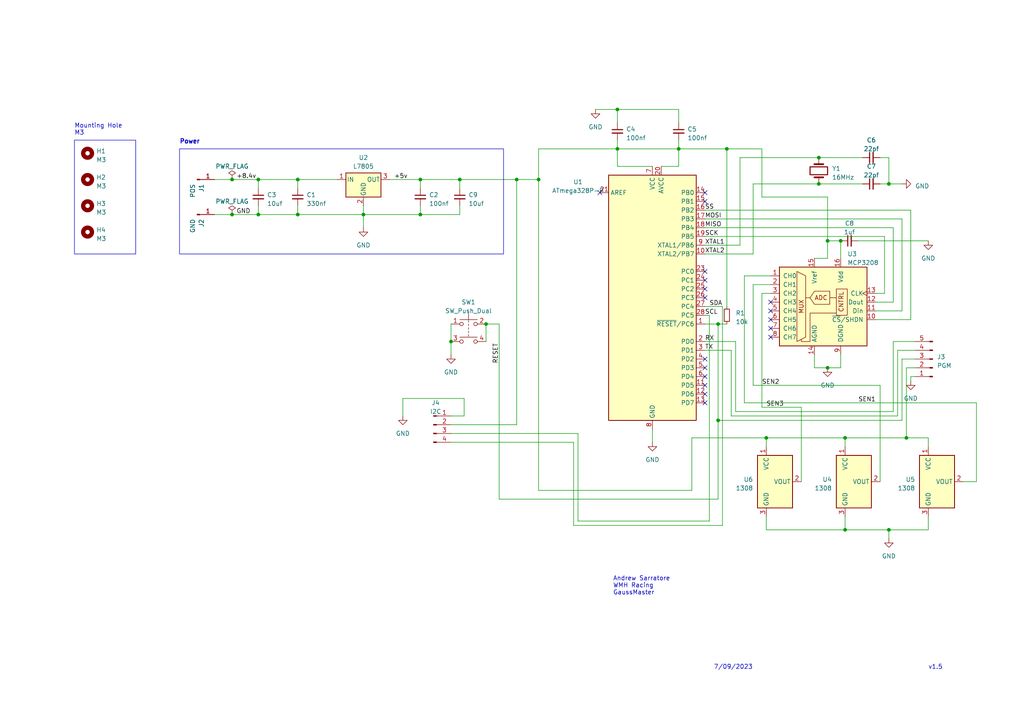
<source format=kicad_sch>
(kicad_sch (version 20230121) (generator eeschema)

  (uuid 2e27456e-b908-49f5-ad56-7934334332fc)

  (paper "A4")

  (lib_symbols
    (symbol "Analog_ADC:MCP3208" (pin_names (offset 1.016)) (in_bom yes) (on_board yes)
      (property "Reference" "U" (at -5.08 13.335 0)
        (effects (font (size 1.27 1.27)) (justify right))
      )
      (property "Value" "MCP3208" (at -5.08 11.43 0)
        (effects (font (size 1.27 1.27)) (justify right))
      )
      (property "Footprint" "" (at 2.54 2.54 0)
        (effects (font (size 1.27 1.27)) hide)
      )
      (property "Datasheet" "http://ww1.microchip.com/downloads/en/DeviceDoc/21298c.pdf" (at 2.54 2.54 0)
        (effects (font (size 1.27 1.27)) hide)
      )
      (property "ki_keywords" "12bit ADC Reference Single Supply SPI 8ch" (at 0 0 0)
        (effects (font (size 1.27 1.27)) hide)
      )
      (property "ki_description" "A/D Converter, 12-Bit, 8-Channel, SPI Interface , 2.7V-5.5V" (at 0 0 0)
        (effects (font (size 1.27 1.27)) hide)
      )
      (property "ki_fp_filters" "DIP*W7.62mm* SOIC*3.9x9.9mm*P1.27mm*" (at 0 0 0)
        (effects (font (size 1.27 1.27)) hide)
      )
      (symbol "MCP3208_0_0"
        (text "ADC" (at -0.635 1.27 0)
          (effects (font (size 1.27 1.27)))
        )
        (text "CNTRL" (at 5.969 -2.921 900)
          (effects (font (size 1.27 1.27)) (justify left bottom))
        )
        (text "MUX" (at -6.35 -1.27 900)
          (effects (font (size 1.27 1.27)))
        )
      )
      (symbol "MCP3208_0_1"
        (polyline
          (pts
            (xy -3.81 1.27)
            (xy -5.08 1.27)
          )
          (stroke (width 0) (type default))
          (fill (type none))
        )
        (polyline
          (pts
            (xy 1.905 1.27)
            (xy 3.81 1.27)
          )
          (stroke (width 0) (type default))
          (fill (type none))
        )
        (polyline
          (pts
            (xy -7.62 8.89)
            (xy -7.62 -11.43)
            (xy -5.08 -10.16)
            (xy -5.08 7.62)
            (xy -7.62 8.89)
          )
          (stroke (width 0) (type default))
          (fill (type none))
        )
        (polyline
          (pts
            (xy 3.81 -3.175)
            (xy -3.81 -3.175)
            (xy -3.81 -11.43)
            (xy -6.35 -11.43)
            (xy -6.35 -10.795)
          )
          (stroke (width 0) (type default))
          (fill (type none))
        )
        (polyline
          (pts
            (xy 1.905 3.175)
            (xy 1.905 -0.635)
            (xy -2.54 -0.635)
            (xy -3.81 1.27)
            (xy -2.54 3.175)
            (xy 1.905 3.175)
          )
          (stroke (width 0) (type default))
          (fill (type none))
        )
        (rectangle (start 3.81 -3.81) (end 6.985 3.81)
          (stroke (width 0) (type default))
          (fill (type none))
        )
        (rectangle (start 12.7 -12.7) (end -12.7 10.16)
          (stroke (width 0.254) (type default))
          (fill (type background))
        )
      )
      (symbol "MCP3208_1_1"
        (pin input line (at -15.24 7.62 0) (length 2.54)
          (name "CH0" (effects (font (size 1.27 1.27))))
          (number "1" (effects (font (size 1.27 1.27))))
        )
        (pin input line (at 15.24 -5.08 180) (length 2.54)
          (name "~{CS}/SHDN" (effects (font (size 1.27 1.27))))
          (number "10" (effects (font (size 1.27 1.27))))
        )
        (pin input line (at 15.24 -2.54 180) (length 2.54)
          (name "Din" (effects (font (size 1.27 1.27))))
          (number "11" (effects (font (size 1.27 1.27))))
        )
        (pin output line (at 15.24 0 180) (length 2.54)
          (name "Dout" (effects (font (size 1.27 1.27))))
          (number "12" (effects (font (size 1.27 1.27))))
        )
        (pin input clock (at 15.24 2.54 180) (length 2.54)
          (name "CLK" (effects (font (size 1.27 1.27))))
          (number "13" (effects (font (size 1.27 1.27))))
        )
        (pin power_in line (at -2.54 -15.24 90) (length 2.54)
          (name "AGND" (effects (font (size 1.27 1.27))))
          (number "14" (effects (font (size 1.27 1.27))))
        )
        (pin power_in line (at -2.54 12.7 270) (length 2.54)
          (name "Vref" (effects (font (size 1.27 1.27))))
          (number "15" (effects (font (size 1.27 1.27))))
        )
        (pin power_in line (at 5.08 12.7 270) (length 2.54)
          (name "Vdd" (effects (font (size 1.27 1.27))))
          (number "16" (effects (font (size 1.27 1.27))))
        )
        (pin input line (at -15.24 5.08 0) (length 2.54)
          (name "CH1" (effects (font (size 1.27 1.27))))
          (number "2" (effects (font (size 1.27 1.27))))
        )
        (pin input line (at -15.24 2.54 0) (length 2.54)
          (name "CH2" (effects (font (size 1.27 1.27))))
          (number "3" (effects (font (size 1.27 1.27))))
        )
        (pin input line (at -15.24 0 0) (length 2.54)
          (name "CH3" (effects (font (size 1.27 1.27))))
          (number "4" (effects (font (size 1.27 1.27))))
        )
        (pin input line (at -15.24 -2.54 0) (length 2.54)
          (name "CH4" (effects (font (size 1.27 1.27))))
          (number "5" (effects (font (size 1.27 1.27))))
        )
        (pin input line (at -15.24 -5.08 0) (length 2.54)
          (name "CH5" (effects (font (size 1.27 1.27))))
          (number "6" (effects (font (size 1.27 1.27))))
        )
        (pin input line (at -15.24 -7.62 0) (length 2.54)
          (name "CH6" (effects (font (size 1.27 1.27))))
          (number "7" (effects (font (size 1.27 1.27))))
        )
        (pin input line (at -15.24 -10.16 0) (length 2.54)
          (name "CH7" (effects (font (size 1.27 1.27))))
          (number "8" (effects (font (size 1.27 1.27))))
        )
        (pin power_in line (at 5.08 -15.24 90) (length 2.54)
          (name "DGND" (effects (font (size 1.27 1.27))))
          (number "9" (effects (font (size 1.27 1.27))))
        )
      )
    )
    (symbol "Connector:Conn_01x01_Pin" (pin_names (offset 1.016) hide) (in_bom yes) (on_board yes)
      (property "Reference" "J" (at 0 2.54 0)
        (effects (font (size 1.27 1.27)))
      )
      (property "Value" "Conn_01x01_Pin" (at 0 -2.54 0)
        (effects (font (size 1.27 1.27)))
      )
      (property "Footprint" "" (at 0 0 0)
        (effects (font (size 1.27 1.27)) hide)
      )
      (property "Datasheet" "~" (at 0 0 0)
        (effects (font (size 1.27 1.27)) hide)
      )
      (property "ki_locked" "" (at 0 0 0)
        (effects (font (size 1.27 1.27)))
      )
      (property "ki_keywords" "connector" (at 0 0 0)
        (effects (font (size 1.27 1.27)) hide)
      )
      (property "ki_description" "Generic connector, single row, 01x01, script generated" (at 0 0 0)
        (effects (font (size 1.27 1.27)) hide)
      )
      (property "ki_fp_filters" "Connector*:*_1x??_*" (at 0 0 0)
        (effects (font (size 1.27 1.27)) hide)
      )
      (symbol "Conn_01x01_Pin_1_1"
        (polyline
          (pts
            (xy 1.27 0)
            (xy 0.8636 0)
          )
          (stroke (width 0.1524) (type default))
          (fill (type none))
        )
        (rectangle (start 0.8636 0.127) (end 0 -0.127)
          (stroke (width 0.1524) (type default))
          (fill (type outline))
        )
        (pin passive line (at 5.08 0 180) (length 3.81)
          (name "Pin_1" (effects (font (size 1.27 1.27))))
          (number "1" (effects (font (size 1.27 1.27))))
        )
      )
    )
    (symbol "Connector:Conn_01x04_Pin" (pin_names (offset 1.016) hide) (in_bom yes) (on_board yes)
      (property "Reference" "J" (at 0 5.08 0)
        (effects (font (size 1.27 1.27)))
      )
      (property "Value" "Conn_01x04_Pin" (at 0 -7.62 0)
        (effects (font (size 1.27 1.27)))
      )
      (property "Footprint" "" (at 0 0 0)
        (effects (font (size 1.27 1.27)) hide)
      )
      (property "Datasheet" "~" (at 0 0 0)
        (effects (font (size 1.27 1.27)) hide)
      )
      (property "ki_locked" "" (at 0 0 0)
        (effects (font (size 1.27 1.27)))
      )
      (property "ki_keywords" "connector" (at 0 0 0)
        (effects (font (size 1.27 1.27)) hide)
      )
      (property "ki_description" "Generic connector, single row, 01x04, script generated" (at 0 0 0)
        (effects (font (size 1.27 1.27)) hide)
      )
      (property "ki_fp_filters" "Connector*:*_1x??_*" (at 0 0 0)
        (effects (font (size 1.27 1.27)) hide)
      )
      (symbol "Conn_01x04_Pin_1_1"
        (polyline
          (pts
            (xy 1.27 -5.08)
            (xy 0.8636 -5.08)
          )
          (stroke (width 0.1524) (type default))
          (fill (type none))
        )
        (polyline
          (pts
            (xy 1.27 -2.54)
            (xy 0.8636 -2.54)
          )
          (stroke (width 0.1524) (type default))
          (fill (type none))
        )
        (polyline
          (pts
            (xy 1.27 0)
            (xy 0.8636 0)
          )
          (stroke (width 0.1524) (type default))
          (fill (type none))
        )
        (polyline
          (pts
            (xy 1.27 2.54)
            (xy 0.8636 2.54)
          )
          (stroke (width 0.1524) (type default))
          (fill (type none))
        )
        (rectangle (start 0.8636 -4.953) (end 0 -5.207)
          (stroke (width 0.1524) (type default))
          (fill (type outline))
        )
        (rectangle (start 0.8636 -2.413) (end 0 -2.667)
          (stroke (width 0.1524) (type default))
          (fill (type outline))
        )
        (rectangle (start 0.8636 0.127) (end 0 -0.127)
          (stroke (width 0.1524) (type default))
          (fill (type outline))
        )
        (rectangle (start 0.8636 2.667) (end 0 2.413)
          (stroke (width 0.1524) (type default))
          (fill (type outline))
        )
        (pin passive line (at 5.08 2.54 180) (length 3.81)
          (name "Pin_1" (effects (font (size 1.27 1.27))))
          (number "1" (effects (font (size 1.27 1.27))))
        )
        (pin passive line (at 5.08 0 180) (length 3.81)
          (name "Pin_2" (effects (font (size 1.27 1.27))))
          (number "2" (effects (font (size 1.27 1.27))))
        )
        (pin passive line (at 5.08 -2.54 180) (length 3.81)
          (name "Pin_3" (effects (font (size 1.27 1.27))))
          (number "3" (effects (font (size 1.27 1.27))))
        )
        (pin passive line (at 5.08 -5.08 180) (length 3.81)
          (name "Pin_4" (effects (font (size 1.27 1.27))))
          (number "4" (effects (font (size 1.27 1.27))))
        )
      )
    )
    (symbol "Connector:Conn_01x05_Pin" (pin_names (offset 1.016) hide) (in_bom yes) (on_board yes)
      (property "Reference" "J" (at 0 7.62 0)
        (effects (font (size 1.27 1.27)))
      )
      (property "Value" "Conn_01x05_Pin" (at 0 -7.62 0)
        (effects (font (size 1.27 1.27)))
      )
      (property "Footprint" "" (at 0 0 0)
        (effects (font (size 1.27 1.27)) hide)
      )
      (property "Datasheet" "~" (at 0 0 0)
        (effects (font (size 1.27 1.27)) hide)
      )
      (property "ki_locked" "" (at 0 0 0)
        (effects (font (size 1.27 1.27)))
      )
      (property "ki_keywords" "connector" (at 0 0 0)
        (effects (font (size 1.27 1.27)) hide)
      )
      (property "ki_description" "Generic connector, single row, 01x05, script generated" (at 0 0 0)
        (effects (font (size 1.27 1.27)) hide)
      )
      (property "ki_fp_filters" "Connector*:*_1x??_*" (at 0 0 0)
        (effects (font (size 1.27 1.27)) hide)
      )
      (symbol "Conn_01x05_Pin_1_1"
        (polyline
          (pts
            (xy 1.27 -5.08)
            (xy 0.8636 -5.08)
          )
          (stroke (width 0.1524) (type default))
          (fill (type none))
        )
        (polyline
          (pts
            (xy 1.27 -2.54)
            (xy 0.8636 -2.54)
          )
          (stroke (width 0.1524) (type default))
          (fill (type none))
        )
        (polyline
          (pts
            (xy 1.27 0)
            (xy 0.8636 0)
          )
          (stroke (width 0.1524) (type default))
          (fill (type none))
        )
        (polyline
          (pts
            (xy 1.27 2.54)
            (xy 0.8636 2.54)
          )
          (stroke (width 0.1524) (type default))
          (fill (type none))
        )
        (polyline
          (pts
            (xy 1.27 5.08)
            (xy 0.8636 5.08)
          )
          (stroke (width 0.1524) (type default))
          (fill (type none))
        )
        (rectangle (start 0.8636 -4.953) (end 0 -5.207)
          (stroke (width 0.1524) (type default))
          (fill (type outline))
        )
        (rectangle (start 0.8636 -2.413) (end 0 -2.667)
          (stroke (width 0.1524) (type default))
          (fill (type outline))
        )
        (rectangle (start 0.8636 0.127) (end 0 -0.127)
          (stroke (width 0.1524) (type default))
          (fill (type outline))
        )
        (rectangle (start 0.8636 2.667) (end 0 2.413)
          (stroke (width 0.1524) (type default))
          (fill (type outline))
        )
        (rectangle (start 0.8636 5.207) (end 0 4.953)
          (stroke (width 0.1524) (type default))
          (fill (type outline))
        )
        (pin passive line (at 5.08 5.08 180) (length 3.81)
          (name "Pin_1" (effects (font (size 1.27 1.27))))
          (number "1" (effects (font (size 1.27 1.27))))
        )
        (pin passive line (at 5.08 2.54 180) (length 3.81)
          (name "Pin_2" (effects (font (size 1.27 1.27))))
          (number "2" (effects (font (size 1.27 1.27))))
        )
        (pin passive line (at 5.08 0 180) (length 3.81)
          (name "Pin_3" (effects (font (size 1.27 1.27))))
          (number "3" (effects (font (size 1.27 1.27))))
        )
        (pin passive line (at 5.08 -2.54 180) (length 3.81)
          (name "Pin_4" (effects (font (size 1.27 1.27))))
          (number "4" (effects (font (size 1.27 1.27))))
        )
        (pin passive line (at 5.08 -5.08 180) (length 3.81)
          (name "Pin_5" (effects (font (size 1.27 1.27))))
          (number "5" (effects (font (size 1.27 1.27))))
        )
      )
    )
    (symbol "Device:C_Small" (pin_numbers hide) (pin_names (offset 0.254) hide) (in_bom yes) (on_board yes)
      (property "Reference" "C" (at 0.254 1.778 0)
        (effects (font (size 1.27 1.27)) (justify left))
      )
      (property "Value" "C_Small" (at 0.254 -2.032 0)
        (effects (font (size 1.27 1.27)) (justify left))
      )
      (property "Footprint" "" (at 0 0 0)
        (effects (font (size 1.27 1.27)) hide)
      )
      (property "Datasheet" "~" (at 0 0 0)
        (effects (font (size 1.27 1.27)) hide)
      )
      (property "ki_keywords" "capacitor cap" (at 0 0 0)
        (effects (font (size 1.27 1.27)) hide)
      )
      (property "ki_description" "Unpolarized capacitor, small symbol" (at 0 0 0)
        (effects (font (size 1.27 1.27)) hide)
      )
      (property "ki_fp_filters" "C_*" (at 0 0 0)
        (effects (font (size 1.27 1.27)) hide)
      )
      (symbol "C_Small_0_1"
        (polyline
          (pts
            (xy -1.524 -0.508)
            (xy 1.524 -0.508)
          )
          (stroke (width 0.3302) (type default))
          (fill (type none))
        )
        (polyline
          (pts
            (xy -1.524 0.508)
            (xy 1.524 0.508)
          )
          (stroke (width 0.3048) (type default))
          (fill (type none))
        )
      )
      (symbol "C_Small_1_1"
        (pin passive line (at 0 2.54 270) (length 2.032)
          (name "~" (effects (font (size 1.27 1.27))))
          (number "1" (effects (font (size 1.27 1.27))))
        )
        (pin passive line (at 0 -2.54 90) (length 2.032)
          (name "~" (effects (font (size 1.27 1.27))))
          (number "2" (effects (font (size 1.27 1.27))))
        )
      )
    )
    (symbol "Device:Crystal" (pin_numbers hide) (pin_names (offset 1.016) hide) (in_bom yes) (on_board yes)
      (property "Reference" "Y" (at 0 3.81 0)
        (effects (font (size 1.27 1.27)))
      )
      (property "Value" "Crystal" (at 0 -3.81 0)
        (effects (font (size 1.27 1.27)))
      )
      (property "Footprint" "" (at 0 0 0)
        (effects (font (size 1.27 1.27)) hide)
      )
      (property "Datasheet" "~" (at 0 0 0)
        (effects (font (size 1.27 1.27)) hide)
      )
      (property "ki_keywords" "quartz ceramic resonator oscillator" (at 0 0 0)
        (effects (font (size 1.27 1.27)) hide)
      )
      (property "ki_description" "Two pin crystal" (at 0 0 0)
        (effects (font (size 1.27 1.27)) hide)
      )
      (property "ki_fp_filters" "Crystal*" (at 0 0 0)
        (effects (font (size 1.27 1.27)) hide)
      )
      (symbol "Crystal_0_1"
        (rectangle (start -1.143 2.54) (end 1.143 -2.54)
          (stroke (width 0.3048) (type default))
          (fill (type none))
        )
        (polyline
          (pts
            (xy -2.54 0)
            (xy -1.905 0)
          )
          (stroke (width 0) (type default))
          (fill (type none))
        )
        (polyline
          (pts
            (xy -1.905 -1.27)
            (xy -1.905 1.27)
          )
          (stroke (width 0.508) (type default))
          (fill (type none))
        )
        (polyline
          (pts
            (xy 1.905 -1.27)
            (xy 1.905 1.27)
          )
          (stroke (width 0.508) (type default))
          (fill (type none))
        )
        (polyline
          (pts
            (xy 2.54 0)
            (xy 1.905 0)
          )
          (stroke (width 0) (type default))
          (fill (type none))
        )
      )
      (symbol "Crystal_1_1"
        (pin passive line (at -3.81 0 0) (length 1.27)
          (name "1" (effects (font (size 1.27 1.27))))
          (number "1" (effects (font (size 1.27 1.27))))
        )
        (pin passive line (at 3.81 0 180) (length 1.27)
          (name "2" (effects (font (size 1.27 1.27))))
          (number "2" (effects (font (size 1.27 1.27))))
        )
      )
    )
    (symbol "Device:R_Small" (pin_numbers hide) (pin_names (offset 0.254) hide) (in_bom yes) (on_board yes)
      (property "Reference" "R" (at 0.762 0.508 0)
        (effects (font (size 1.27 1.27)) (justify left))
      )
      (property "Value" "R_Small" (at 0.762 -1.016 0)
        (effects (font (size 1.27 1.27)) (justify left))
      )
      (property "Footprint" "" (at 0 0 0)
        (effects (font (size 1.27 1.27)) hide)
      )
      (property "Datasheet" "~" (at 0 0 0)
        (effects (font (size 1.27 1.27)) hide)
      )
      (property "ki_keywords" "R resistor" (at 0 0 0)
        (effects (font (size 1.27 1.27)) hide)
      )
      (property "ki_description" "Resistor, small symbol" (at 0 0 0)
        (effects (font (size 1.27 1.27)) hide)
      )
      (property "ki_fp_filters" "R_*" (at 0 0 0)
        (effects (font (size 1.27 1.27)) hide)
      )
      (symbol "R_Small_0_1"
        (rectangle (start -0.762 1.778) (end 0.762 -1.778)
          (stroke (width 0.2032) (type default))
          (fill (type none))
        )
      )
      (symbol "R_Small_1_1"
        (pin passive line (at 0 2.54 270) (length 0.762)
          (name "~" (effects (font (size 1.27 1.27))))
          (number "1" (effects (font (size 1.27 1.27))))
        )
        (pin passive line (at 0 -2.54 90) (length 0.762)
          (name "~" (effects (font (size 1.27 1.27))))
          (number "2" (effects (font (size 1.27 1.27))))
        )
      )
    )
    (symbol "MCU_Microchip_ATmega:ATmega328P-P" (in_bom yes) (on_board yes)
      (property "Reference" "U" (at -12.7 36.83 0)
        (effects (font (size 1.27 1.27)) (justify left bottom))
      )
      (property "Value" "ATmega328P-P" (at 2.54 -36.83 0)
        (effects (font (size 1.27 1.27)) (justify left top))
      )
      (property "Footprint" "Package_DIP:DIP-28_W7.62mm" (at 0 0 0)
        (effects (font (size 1.27 1.27) italic) hide)
      )
      (property "Datasheet" "http://ww1.microchip.com/downloads/en/DeviceDoc/ATmega328_P%20AVR%20MCU%20with%20picoPower%20Technology%20Data%20Sheet%2040001984A.pdf" (at 0 0 0)
        (effects (font (size 1.27 1.27)) hide)
      )
      (property "ki_keywords" "AVR 8bit Microcontroller MegaAVR PicoPower" (at 0 0 0)
        (effects (font (size 1.27 1.27)) hide)
      )
      (property "ki_description" "20MHz, 32kB Flash, 2kB SRAM, 1kB EEPROM, DIP-28" (at 0 0 0)
        (effects (font (size 1.27 1.27)) hide)
      )
      (property "ki_fp_filters" "DIP*W7.62mm*" (at 0 0 0)
        (effects (font (size 1.27 1.27)) hide)
      )
      (symbol "ATmega328P-P_0_1"
        (rectangle (start -12.7 -35.56) (end 12.7 35.56)
          (stroke (width 0.254) (type default))
          (fill (type background))
        )
      )
      (symbol "ATmega328P-P_1_1"
        (pin bidirectional line (at 15.24 -7.62 180) (length 2.54)
          (name "~{RESET}/PC6" (effects (font (size 1.27 1.27))))
          (number "1" (effects (font (size 1.27 1.27))))
        )
        (pin bidirectional line (at 15.24 12.7 180) (length 2.54)
          (name "XTAL2/PB7" (effects (font (size 1.27 1.27))))
          (number "10" (effects (font (size 1.27 1.27))))
        )
        (pin bidirectional line (at 15.24 -25.4 180) (length 2.54)
          (name "PD5" (effects (font (size 1.27 1.27))))
          (number "11" (effects (font (size 1.27 1.27))))
        )
        (pin bidirectional line (at 15.24 -27.94 180) (length 2.54)
          (name "PD6" (effects (font (size 1.27 1.27))))
          (number "12" (effects (font (size 1.27 1.27))))
        )
        (pin bidirectional line (at 15.24 -30.48 180) (length 2.54)
          (name "PD7" (effects (font (size 1.27 1.27))))
          (number "13" (effects (font (size 1.27 1.27))))
        )
        (pin bidirectional line (at 15.24 30.48 180) (length 2.54)
          (name "PB0" (effects (font (size 1.27 1.27))))
          (number "14" (effects (font (size 1.27 1.27))))
        )
        (pin bidirectional line (at 15.24 27.94 180) (length 2.54)
          (name "PB1" (effects (font (size 1.27 1.27))))
          (number "15" (effects (font (size 1.27 1.27))))
        )
        (pin bidirectional line (at 15.24 25.4 180) (length 2.54)
          (name "PB2" (effects (font (size 1.27 1.27))))
          (number "16" (effects (font (size 1.27 1.27))))
        )
        (pin bidirectional line (at 15.24 22.86 180) (length 2.54)
          (name "PB3" (effects (font (size 1.27 1.27))))
          (number "17" (effects (font (size 1.27 1.27))))
        )
        (pin bidirectional line (at 15.24 20.32 180) (length 2.54)
          (name "PB4" (effects (font (size 1.27 1.27))))
          (number "18" (effects (font (size 1.27 1.27))))
        )
        (pin bidirectional line (at 15.24 17.78 180) (length 2.54)
          (name "PB5" (effects (font (size 1.27 1.27))))
          (number "19" (effects (font (size 1.27 1.27))))
        )
        (pin bidirectional line (at 15.24 -12.7 180) (length 2.54)
          (name "PD0" (effects (font (size 1.27 1.27))))
          (number "2" (effects (font (size 1.27 1.27))))
        )
        (pin power_in line (at 2.54 38.1 270) (length 2.54)
          (name "AVCC" (effects (font (size 1.27 1.27))))
          (number "20" (effects (font (size 1.27 1.27))))
        )
        (pin passive line (at -15.24 30.48 0) (length 2.54)
          (name "AREF" (effects (font (size 1.27 1.27))))
          (number "21" (effects (font (size 1.27 1.27))))
        )
        (pin passive line (at 0 -38.1 90) (length 2.54) hide
          (name "GND" (effects (font (size 1.27 1.27))))
          (number "22" (effects (font (size 1.27 1.27))))
        )
        (pin bidirectional line (at 15.24 7.62 180) (length 2.54)
          (name "PC0" (effects (font (size 1.27 1.27))))
          (number "23" (effects (font (size 1.27 1.27))))
        )
        (pin bidirectional line (at 15.24 5.08 180) (length 2.54)
          (name "PC1" (effects (font (size 1.27 1.27))))
          (number "24" (effects (font (size 1.27 1.27))))
        )
        (pin bidirectional line (at 15.24 2.54 180) (length 2.54)
          (name "PC2" (effects (font (size 1.27 1.27))))
          (number "25" (effects (font (size 1.27 1.27))))
        )
        (pin bidirectional line (at 15.24 0 180) (length 2.54)
          (name "PC3" (effects (font (size 1.27 1.27))))
          (number "26" (effects (font (size 1.27 1.27))))
        )
        (pin bidirectional line (at 15.24 -2.54 180) (length 2.54)
          (name "PC4" (effects (font (size 1.27 1.27))))
          (number "27" (effects (font (size 1.27 1.27))))
        )
        (pin bidirectional line (at 15.24 -5.08 180) (length 2.54)
          (name "PC5" (effects (font (size 1.27 1.27))))
          (number "28" (effects (font (size 1.27 1.27))))
        )
        (pin bidirectional line (at 15.24 -15.24 180) (length 2.54)
          (name "PD1" (effects (font (size 1.27 1.27))))
          (number "3" (effects (font (size 1.27 1.27))))
        )
        (pin bidirectional line (at 15.24 -17.78 180) (length 2.54)
          (name "PD2" (effects (font (size 1.27 1.27))))
          (number "4" (effects (font (size 1.27 1.27))))
        )
        (pin bidirectional line (at 15.24 -20.32 180) (length 2.54)
          (name "PD3" (effects (font (size 1.27 1.27))))
          (number "5" (effects (font (size 1.27 1.27))))
        )
        (pin bidirectional line (at 15.24 -22.86 180) (length 2.54)
          (name "PD4" (effects (font (size 1.27 1.27))))
          (number "6" (effects (font (size 1.27 1.27))))
        )
        (pin power_in line (at 0 38.1 270) (length 2.54)
          (name "VCC" (effects (font (size 1.27 1.27))))
          (number "7" (effects (font (size 1.27 1.27))))
        )
        (pin power_in line (at 0 -38.1 90) (length 2.54)
          (name "GND" (effects (font (size 1.27 1.27))))
          (number "8" (effects (font (size 1.27 1.27))))
        )
        (pin bidirectional line (at 15.24 15.24 180) (length 2.54)
          (name "XTAL1/PB6" (effects (font (size 1.27 1.27))))
          (number "9" (effects (font (size 1.27 1.27))))
        )
      )
    )
    (symbol "Mechanical:MountingHole" (pin_names (offset 1.016)) (in_bom yes) (on_board yes)
      (property "Reference" "H" (at 0 5.08 0)
        (effects (font (size 1.27 1.27)))
      )
      (property "Value" "MountingHole" (at 0 3.175 0)
        (effects (font (size 1.27 1.27)))
      )
      (property "Footprint" "" (at 0 0 0)
        (effects (font (size 1.27 1.27)) hide)
      )
      (property "Datasheet" "~" (at 0 0 0)
        (effects (font (size 1.27 1.27)) hide)
      )
      (property "ki_keywords" "mounting hole" (at 0 0 0)
        (effects (font (size 1.27 1.27)) hide)
      )
      (property "ki_description" "Mounting Hole without connection" (at 0 0 0)
        (effects (font (size 1.27 1.27)) hide)
      )
      (property "ki_fp_filters" "MountingHole*" (at 0 0 0)
        (effects (font (size 1.27 1.27)) hide)
      )
      (symbol "MountingHole_0_1"
        (circle (center 0 0) (radius 1.27)
          (stroke (width 1.27) (type default))
          (fill (type none))
        )
      )
    )
    (symbol "Regulator_Linear:L7805" (pin_names (offset 0.254)) (in_bom yes) (on_board yes)
      (property "Reference" "U" (at -3.81 3.175 0)
        (effects (font (size 1.27 1.27)))
      )
      (property "Value" "L7805" (at 0 3.175 0)
        (effects (font (size 1.27 1.27)) (justify left))
      )
      (property "Footprint" "" (at 0.635 -3.81 0)
        (effects (font (size 1.27 1.27) italic) (justify left) hide)
      )
      (property "Datasheet" "http://www.st.com/content/ccc/resource/technical/document/datasheet/41/4f/b3/b0/12/d4/47/88/CD00000444.pdf/files/CD00000444.pdf/jcr:content/translations/en.CD00000444.pdf" (at 0 -1.27 0)
        (effects (font (size 1.27 1.27)) hide)
      )
      (property "ki_keywords" "Voltage Regulator 1.5A Positive" (at 0 0 0)
        (effects (font (size 1.27 1.27)) hide)
      )
      (property "ki_description" "Positive 1.5A 35V Linear Regulator, Fixed Output 5V, TO-220/TO-263/TO-252" (at 0 0 0)
        (effects (font (size 1.27 1.27)) hide)
      )
      (property "ki_fp_filters" "TO?252* TO?263* TO?220*" (at 0 0 0)
        (effects (font (size 1.27 1.27)) hide)
      )
      (symbol "L7805_0_1"
        (rectangle (start -5.08 1.905) (end 5.08 -5.08)
          (stroke (width 0.254) (type default))
          (fill (type background))
        )
      )
      (symbol "L7805_1_1"
        (pin power_in line (at -7.62 0 0) (length 2.54)
          (name "IN" (effects (font (size 1.27 1.27))))
          (number "1" (effects (font (size 1.27 1.27))))
        )
        (pin power_in line (at 0 -7.62 90) (length 2.54)
          (name "GND" (effects (font (size 1.27 1.27))))
          (number "2" (effects (font (size 1.27 1.27))))
        )
        (pin power_out line (at 7.62 0 180) (length 2.54)
          (name "OUT" (effects (font (size 1.27 1.27))))
          (number "3" (effects (font (size 1.27 1.27))))
        )
      )
    )
    (symbol "Sensor_Magnetic:A1302KLHLT-T" (in_bom yes) (on_board yes)
      (property "Reference" "U" (at 0 11.43 0)
        (effects (font (size 1.27 1.27)) (justify left))
      )
      (property "Value" "A1302KLHLT-T" (at 0 8.89 0)
        (effects (font (size 1.27 1.27)) (justify left))
      )
      (property "Footprint" "Package_TO_SOT_SMD:SOT-23W" (at 0 -8.89 0)
        (effects (font (size 1.27 1.27) italic) (justify left) hide)
      )
      (property "Datasheet" "http://www.allegromicro.com/~/media/Files/Datasheets/A1301-2-Datasheet.ashx" (at -2.54 0 0)
        (effects (font (size 1.27 1.27)) hide)
      )
      (property "ki_keywords" "hall switch" (at 0 0 0)
        (effects (font (size 1.27 1.27)) hide)
      )
      (property "ki_description" "Linear Hall Effect Sensor, SOT-23W" (at 0 0 0)
        (effects (font (size 1.27 1.27)) hide)
      )
      (property "ki_fp_filters" "SOT?23W*" (at 0 0 0)
        (effects (font (size 1.27 1.27)) hide)
      )
      (symbol "A1302KLHLT-T_0_1"
        (rectangle (start -5.08 7.62) (end 5.08 -7.62)
          (stroke (width 0.254) (type default))
          (fill (type background))
        )
      )
      (symbol "A1302KLHLT-T_1_1"
        (pin power_in line (at -2.54 10.16 270) (length 2.54)
          (name "VCC" (effects (font (size 1.27 1.27))))
          (number "1" (effects (font (size 1.27 1.27))))
        )
        (pin output line (at 7.62 0 180) (length 2.54)
          (name "VOUT" (effects (font (size 1.27 1.27))))
          (number "2" (effects (font (size 1.27 1.27))))
        )
        (pin power_in line (at -2.54 -10.16 90) (length 2.54)
          (name "GND" (effects (font (size 1.27 1.27))))
          (number "3" (effects (font (size 1.27 1.27))))
        )
      )
    )
    (symbol "Switch:SW_Push_Dual" (pin_names (offset 1.016) hide) (in_bom yes) (on_board yes)
      (property "Reference" "SW" (at 1.27 2.54 0)
        (effects (font (size 1.27 1.27)) (justify left))
      )
      (property "Value" "SW_Push_Dual" (at 0 -6.858 0)
        (effects (font (size 1.27 1.27)))
      )
      (property "Footprint" "" (at 0 5.08 0)
        (effects (font (size 1.27 1.27)) hide)
      )
      (property "Datasheet" "~" (at 0 5.08 0)
        (effects (font (size 1.27 1.27)) hide)
      )
      (property "ki_keywords" "switch normally-open pushbutton push-button" (at 0 0 0)
        (effects (font (size 1.27 1.27)) hide)
      )
      (property "ki_description" "Push button switch, generic, symbol, four pins" (at 0 0 0)
        (effects (font (size 1.27 1.27)) hide)
      )
      (symbol "SW_Push_Dual_0_1"
        (circle (center -2.032 -5.08) (radius 0.508)
          (stroke (width 0) (type default))
          (fill (type none))
        )
        (circle (center -2.032 0) (radius 0.508)
          (stroke (width 0) (type default))
          (fill (type none))
        )
        (polyline
          (pts
            (xy 0 -3.048)
            (xy 0 -3.556)
          )
          (stroke (width 0) (type default))
          (fill (type none))
        )
        (polyline
          (pts
            (xy 0 -2.032)
            (xy 0 -2.54)
          )
          (stroke (width 0) (type default))
          (fill (type none))
        )
        (polyline
          (pts
            (xy 0 -1.524)
            (xy 0 -1.016)
          )
          (stroke (width 0) (type default))
          (fill (type none))
        )
        (polyline
          (pts
            (xy 0 -0.508)
            (xy 0 0)
          )
          (stroke (width 0) (type default))
          (fill (type none))
        )
        (polyline
          (pts
            (xy 0 0.508)
            (xy 0 1.016)
          )
          (stroke (width 0) (type default))
          (fill (type none))
        )
        (polyline
          (pts
            (xy 0 1.27)
            (xy 0 3.048)
          )
          (stroke (width 0) (type default))
          (fill (type none))
        )
        (polyline
          (pts
            (xy 2.54 -3.81)
            (xy -2.54 -3.81)
          )
          (stroke (width 0) (type default))
          (fill (type none))
        )
        (polyline
          (pts
            (xy 2.54 1.27)
            (xy -2.54 1.27)
          )
          (stroke (width 0) (type default))
          (fill (type none))
        )
        (circle (center 2.032 -5.08) (radius 0.508)
          (stroke (width 0) (type default))
          (fill (type none))
        )
        (circle (center 2.032 0) (radius 0.508)
          (stroke (width 0) (type default))
          (fill (type none))
        )
        (pin passive line (at -5.08 0 0) (length 2.54)
          (name "1" (effects (font (size 1.27 1.27))))
          (number "1" (effects (font (size 1.27 1.27))))
        )
        (pin passive line (at 5.08 0 180) (length 2.54)
          (name "2" (effects (font (size 1.27 1.27))))
          (number "2" (effects (font (size 1.27 1.27))))
        )
        (pin passive line (at -5.08 -5.08 0) (length 2.54)
          (name "3" (effects (font (size 1.27 1.27))))
          (number "3" (effects (font (size 1.27 1.27))))
        )
        (pin passive line (at 5.08 -5.08 180) (length 2.54)
          (name "4" (effects (font (size 1.27 1.27))))
          (number "4" (effects (font (size 1.27 1.27))))
        )
      )
    )
    (symbol "power:GND" (power) (pin_names (offset 0)) (in_bom yes) (on_board yes)
      (property "Reference" "#PWR" (at 0 -6.35 0)
        (effects (font (size 1.27 1.27)) hide)
      )
      (property "Value" "GND" (at 0 -3.81 0)
        (effects (font (size 1.27 1.27)))
      )
      (property "Footprint" "" (at 0 0 0)
        (effects (font (size 1.27 1.27)) hide)
      )
      (property "Datasheet" "" (at 0 0 0)
        (effects (font (size 1.27 1.27)) hide)
      )
      (property "ki_keywords" "global power" (at 0 0 0)
        (effects (font (size 1.27 1.27)) hide)
      )
      (property "ki_description" "Power symbol creates a global label with name \"GND\" , ground" (at 0 0 0)
        (effects (font (size 1.27 1.27)) hide)
      )
      (symbol "GND_0_1"
        (polyline
          (pts
            (xy 0 0)
            (xy 0 -1.27)
            (xy 1.27 -1.27)
            (xy 0 -2.54)
            (xy -1.27 -1.27)
            (xy 0 -1.27)
          )
          (stroke (width 0) (type default))
          (fill (type none))
        )
      )
      (symbol "GND_1_1"
        (pin power_in line (at 0 0 270) (length 0) hide
          (name "GND" (effects (font (size 1.27 1.27))))
          (number "1" (effects (font (size 1.27 1.27))))
        )
      )
    )
    (symbol "power:PWR_FLAG" (power) (pin_numbers hide) (pin_names (offset 0) hide) (in_bom yes) (on_board yes)
      (property "Reference" "#FLG" (at 0 1.905 0)
        (effects (font (size 1.27 1.27)) hide)
      )
      (property "Value" "PWR_FLAG" (at 0 3.81 0)
        (effects (font (size 1.27 1.27)))
      )
      (property "Footprint" "" (at 0 0 0)
        (effects (font (size 1.27 1.27)) hide)
      )
      (property "Datasheet" "~" (at 0 0 0)
        (effects (font (size 1.27 1.27)) hide)
      )
      (property "ki_keywords" "flag power" (at 0 0 0)
        (effects (font (size 1.27 1.27)) hide)
      )
      (property "ki_description" "Special symbol for telling ERC where power comes from" (at 0 0 0)
        (effects (font (size 1.27 1.27)) hide)
      )
      (symbol "PWR_FLAG_0_0"
        (pin power_out line (at 0 0 90) (length 0)
          (name "pwr" (effects (font (size 1.27 1.27))))
          (number "1" (effects (font (size 1.27 1.27))))
        )
      )
      (symbol "PWR_FLAG_0_1"
        (polyline
          (pts
            (xy 0 0)
            (xy 0 1.27)
            (xy -1.016 1.905)
            (xy 0 2.54)
            (xy 1.016 1.905)
            (xy 0 1.27)
          )
          (stroke (width 0) (type default))
          (fill (type none))
        )
      )
    )
  )

  (junction (at 121.92 62.23) (diameter 0) (color 0 0 0 0)
    (uuid 1202909b-fa8d-4c0d-a26d-677cd774dd6c)
  )
  (junction (at 196.85 43.18) (diameter 0) (color 0 0 0 0)
    (uuid 1350d289-e8aa-41b2-93c2-ad7c2420a358)
  )
  (junction (at 240.03 106.68) (diameter 0) (color 0 0 0 0)
    (uuid 158538de-2559-4ccc-97f1-65176f2f0038)
  )
  (junction (at 262.89 127) (diameter 0) (color 0 0 0 0)
    (uuid 20891aa7-7dde-4b90-8d84-b9748d63aa67)
  )
  (junction (at 243.84 69.85) (diameter 0) (color 0 0 0 0)
    (uuid 25408147-e4d7-4ce9-bf5e-9c29ff3e7f97)
  )
  (junction (at 257.81 53.34) (diameter 0) (color 0 0 0 0)
    (uuid 268c6fe6-177f-46ef-831d-2385432e02e6)
  )
  (junction (at 74.93 52.07) (diameter 0) (color 0 0 0 0)
    (uuid 29fe3230-04be-4b44-9ae1-94cb665b44ea)
  )
  (junction (at 86.36 52.07) (diameter 0) (color 0 0 0 0)
    (uuid 2f3cb18e-da8e-475a-8e8c-25d6cc8b1bb8)
  )
  (junction (at 133.35 52.07) (diameter 0) (color 0 0 0 0)
    (uuid 335c2ca8-e719-4ef9-9868-0f90baac7860)
  )
  (junction (at 245.11 153.67) (diameter 0) (color 0 0 0 0)
    (uuid 3844c01e-430a-4341-a368-530e3bd7c701)
  )
  (junction (at 140.97 93.98) (diameter 0) (color 0 0 0 0)
    (uuid 5d33d2ad-cc2b-4b77-8d3b-58e26aa88aca)
  )
  (junction (at 222.25 127) (diameter 0) (color 0 0 0 0)
    (uuid 5e5ddd46-aec1-4639-bf19-e44ea005010a)
  )
  (junction (at 156.21 52.07) (diameter 0) (color 0 0 0 0)
    (uuid 625e037d-3b8b-4a2d-9144-f31c7cfe8ff1)
  )
  (junction (at 245.11 127) (diameter 0) (color 0 0 0 0)
    (uuid 764922a0-6907-4ec6-866d-954799ca014a)
  )
  (junction (at 105.41 62.23) (diameter 0) (color 0 0 0 0)
    (uuid 7a41d328-ac75-4f6f-bb94-aa070948593c)
  )
  (junction (at 86.36 62.23) (diameter 0) (color 0 0 0 0)
    (uuid 7eefe8c2-485b-4d6e-9ae3-c4eac0c56fa4)
  )
  (junction (at 121.92 52.07) (diameter 0) (color 0 0 0 0)
    (uuid 9daacc89-9ef0-4248-b2c7-c7ee60a0546c)
  )
  (junction (at 210.82 43.18) (diameter 0) (color 0 0 0 0)
    (uuid a2649f3d-40e9-48b8-86ac-649502a85ff3)
  )
  (junction (at 179.07 43.18) (diameter 0) (color 0 0 0 0)
    (uuid a970ed41-9137-427c-bcfc-045762c49e57)
  )
  (junction (at 237.49 45.72) (diameter 0) (color 0 0 0 0)
    (uuid b17964d0-b57e-425b-a768-62e14a377c43)
  )
  (junction (at 67.31 52.07) (diameter 0) (color 0 0 0 0)
    (uuid c831b85a-a27c-456b-aca3-dbb98de0e5c0)
  )
  (junction (at 130.81 99.06) (diameter 0) (color 0 0 0 0)
    (uuid d9da4eef-2d40-4d8c-bb8b-b4b3271f1a45)
  )
  (junction (at 257.81 153.67) (diameter 0) (color 0 0 0 0)
    (uuid dc2acc47-0a9f-4e2d-a034-df3c32a9d2b8)
  )
  (junction (at 237.49 53.34) (diameter 0) (color 0 0 0 0)
    (uuid e77773e7-e0cb-47e8-b9f2-88faa00c9cf9)
  )
  (junction (at 208.28 121.92) (diameter 0) (color 0 0 0 0)
    (uuid e85c5855-ead8-417a-8225-956febd48ab9)
  )
  (junction (at 208.28 93.98) (diameter 0) (color 0 0 0 0)
    (uuid ec0ad6f5-a891-41fe-9205-a33e206730e4)
  )
  (junction (at 67.31 62.23) (diameter 0) (color 0 0 0 0)
    (uuid f27d2a16-ac06-4669-b0fc-cba3bd939e35)
  )
  (junction (at 74.93 62.23) (diameter 0) (color 0 0 0 0)
    (uuid f3087ff1-bb1b-4241-8767-037f2e497678)
  )
  (junction (at 240.03 69.85) (diameter 0) (color 0 0 0 0)
    (uuid f40d3f6c-b8be-4e79-b5b9-f0428ce4f36e)
  )
  (junction (at 179.07 31.75) (diameter 0) (color 0 0 0 0)
    (uuid f61b355c-bc28-4e84-9b21-22ff18f7eab0)
  )
  (junction (at 149.86 52.07) (diameter 0) (color 0 0 0 0)
    (uuid f9f863d9-ae0e-4fec-9d62-30ad8b3e96f8)
  )

  (no_connect (at 204.47 114.3) (uuid 00190ed6-f880-424a-915f-b9d74931d458))
  (no_connect (at 204.47 81.28) (uuid 0887db35-2d63-4a84-9668-8b9dbd486eeb))
  (no_connect (at 204.47 55.88) (uuid 2fdab920-8cff-4162-bb4d-a57069ac7032))
  (no_connect (at 204.47 104.14) (uuid 49cf6682-ae8e-440b-9473-2321be8d0caf))
  (no_connect (at 223.52 87.63) (uuid 4cad7f1f-0524-4a56-bf00-cabe440b162e))
  (no_connect (at 204.47 78.74) (uuid 59000483-2709-4d91-b061-551f7900de92))
  (no_connect (at 223.52 90.17) (uuid 607863c5-1568-4d5f-b389-b1234e8e853d))
  (no_connect (at 204.47 111.76) (uuid 6a692412-8c3d-4a5a-bed7-97b9f7ae5732))
  (no_connect (at 223.52 97.79) (uuid 77eb8f52-a11b-4ace-a8fa-99cab829b7b7))
  (no_connect (at 204.47 109.22) (uuid 86d77d78-2664-4f30-be63-39358e3b422c))
  (no_connect (at 204.47 116.84) (uuid 90f6b5b5-e59d-40d0-8af3-53a127536d56))
  (no_connect (at 223.52 95.25) (uuid 910bf830-2776-4a05-b77e-d25530133c9d))
  (no_connect (at 173.99 55.88) (uuid a688b4c3-33bb-4e56-9076-57478f929a13))
  (no_connect (at 204.47 86.36) (uuid ab2fcfd6-3509-4ad5-a94e-862a8c55d16c))
  (no_connect (at 204.47 83.82) (uuid b909f8c7-a961-4f7e-b223-55c9efa0fd1c))
  (no_connect (at 223.52 92.71) (uuid bb8c3d99-dc32-45b8-88d7-cda4a96e6e73))
  (no_connect (at 204.47 106.68) (uuid da806390-dbf8-4762-a5ae-9a2c9fcc1284))
  (no_connect (at 204.47 58.42) (uuid e2067547-68c1-4f11-aa3a-2b55c6902c1e))

  (wire (pts (xy 259.08 119.38) (xy 259.08 99.06))
    (stroke (width 0) (type default))
    (uuid 016808ba-319d-4a6e-90cb-424a0dea5a3c)
  )
  (wire (pts (xy 220.98 118.11) (xy 220.98 85.09))
    (stroke (width 0) (type default))
    (uuid 092242ae-9f56-45b4-b162-9318be163dda)
  )
  (wire (pts (xy 264.16 92.71) (xy 254 92.71))
    (stroke (width 0) (type default))
    (uuid 0a56f171-a641-489a-b413-b1591d4374ca)
  )
  (wire (pts (xy 149.86 52.07) (xy 156.21 52.07))
    (stroke (width 0) (type default))
    (uuid 0bd3e06a-9fe2-4918-b884-ad47f1940e7b)
  )
  (wire (pts (xy 218.44 53.34) (xy 218.44 73.66))
    (stroke (width 0) (type default))
    (uuid 0c5f19a8-5f61-498c-b3cb-6a0b219f6823)
  )
  (wire (pts (xy 269.24 127) (xy 269.24 129.54))
    (stroke (width 0) (type default))
    (uuid 14776fcc-58fb-4c95-a993-c85e6e92170c)
  )
  (wire (pts (xy 237.49 45.72) (xy 214.63 45.72))
    (stroke (width 0) (type default))
    (uuid 162b6a99-825f-461d-91b4-c8941234c58d)
  )
  (wire (pts (xy 74.93 54.61) (xy 74.93 52.07))
    (stroke (width 0) (type default))
    (uuid 16a3de5e-2836-4659-8198-3d7ad4d7a80f)
  )
  (wire (pts (xy 256.54 68.58) (xy 256.54 85.09))
    (stroke (width 0) (type default))
    (uuid 17571f1b-4b3f-45b7-89c8-0325c65fad55)
  )
  (wire (pts (xy 218.44 82.55) (xy 223.52 82.55))
    (stroke (width 0) (type default))
    (uuid 17aef9f5-cc7a-4082-a8d5-12e2925c366d)
  )
  (wire (pts (xy 243.84 69.85) (xy 243.84 74.93))
    (stroke (width 0) (type default))
    (uuid 182f4a27-a65a-4423-b47e-2f7c4adfabe1)
  )
  (wire (pts (xy 156.21 142.24) (xy 156.21 52.07))
    (stroke (width 0) (type default))
    (uuid 18d3d6e6-fb38-44ed-9d48-e4c90c4050b2)
  )
  (wire (pts (xy 264.16 60.96) (xy 264.16 92.71))
    (stroke (width 0) (type default))
    (uuid 195ef6be-7851-4830-b786-9f7232567a84)
  )
  (wire (pts (xy 208.28 93.98) (xy 208.28 121.92))
    (stroke (width 0) (type default))
    (uuid 198c54b0-f743-46e8-b2de-f4a3a9f43c1a)
  )
  (wire (pts (xy 121.92 52.07) (xy 133.35 52.07))
    (stroke (width 0) (type default))
    (uuid 199818ea-5d1c-4047-8fd0-5b6b4290f3e4)
  )
  (wire (pts (xy 220.98 85.09) (xy 223.52 85.09))
    (stroke (width 0) (type default))
    (uuid 1aae3dff-15b6-4012-91bb-6ac743f85c94)
  )
  (wire (pts (xy 166.37 152.4) (xy 166.37 128.27))
    (stroke (width 0) (type default))
    (uuid 1b0d9c95-e688-4067-8fde-1e9b318b6f44)
  )
  (wire (pts (xy 189.23 48.26) (xy 179.07 48.26))
    (stroke (width 0) (type default))
    (uuid 1dccb3f9-de58-47b8-ad76-0a341b00c9b1)
  )
  (wire (pts (xy 86.36 52.07) (xy 86.36 54.61))
    (stroke (width 0) (type default))
    (uuid 20983b7a-1e6c-41f3-8905-bfb4c4c7b1ff)
  )
  (wire (pts (xy 205.74 91.44) (xy 204.47 91.44))
    (stroke (width 0) (type default))
    (uuid 225733ef-7c26-4753-b844-be399625acff)
  )
  (wire (pts (xy 218.44 73.66) (xy 204.47 73.66))
    (stroke (width 0) (type default))
    (uuid 246a8911-803a-44c0-8462-20a5d3ecfda4)
  )
  (wire (pts (xy 116.84 115.57) (xy 134.62 115.57))
    (stroke (width 0) (type default))
    (uuid 25c7f3b0-d59f-436a-bce3-127ac60df055)
  )
  (wire (pts (xy 167.64 151.13) (xy 205.74 151.13))
    (stroke (width 0) (type default))
    (uuid 26cd4899-3176-453c-92d5-491dad70c836)
  )
  (wire (pts (xy 259.08 66.04) (xy 259.08 87.63))
    (stroke (width 0) (type default))
    (uuid 2b11656b-fb4d-434a-8921-4f13cb1f210d)
  )
  (wire (pts (xy 237.49 53.34) (xy 250.19 53.34))
    (stroke (width 0) (type default))
    (uuid 2d9b996a-6a6e-4412-84e3-755ee3973299)
  )
  (wire (pts (xy 134.62 120.65) (xy 130.81 120.65))
    (stroke (width 0) (type default))
    (uuid 31865e20-2e33-40d0-b00f-8a3f19fb5d86)
  )
  (wire (pts (xy 191.77 48.26) (xy 196.85 48.26))
    (stroke (width 0) (type default))
    (uuid 34e89a24-e3ad-4b99-81f2-43dc06712b58)
  )
  (wire (pts (xy 262.89 127) (xy 262.89 106.68))
    (stroke (width 0) (type default))
    (uuid 365b9d67-640a-4603-838d-dd4b6cec4f76)
  )
  (wire (pts (xy 257.81 53.34) (xy 257.81 45.72))
    (stroke (width 0) (type default))
    (uuid 36bcf659-7f66-4e3d-b643-5a4f6e65e248)
  )
  (wire (pts (xy 212.09 101.6) (xy 212.09 120.65))
    (stroke (width 0) (type default))
    (uuid 37d634cc-b645-450a-8223-f2a5510c385c)
  )
  (wire (pts (xy 245.11 129.54) (xy 245.11 127))
    (stroke (width 0) (type default))
    (uuid 38371f49-22b9-42ac-91d6-7662635afc88)
  )
  (wire (pts (xy 261.62 121.92) (xy 261.62 104.14))
    (stroke (width 0) (type default))
    (uuid 39ad086f-8b06-488a-93f5-e3876b64b284)
  )
  (wire (pts (xy 215.9 80.01) (xy 223.52 80.01))
    (stroke (width 0) (type default))
    (uuid 3a90680d-dc2c-45df-8d1e-f7d448fb6b70)
  )
  (wire (pts (xy 243.84 106.68) (xy 243.84 102.87))
    (stroke (width 0) (type default))
    (uuid 3b224de4-cfd6-490a-b572-185db2e2382c)
  )
  (wire (pts (xy 156.21 43.18) (xy 179.07 43.18))
    (stroke (width 0) (type default))
    (uuid 3e249fe5-a189-40a5-82af-90618624d882)
  )
  (wire (pts (xy 172.72 31.75) (xy 179.07 31.75))
    (stroke (width 0) (type default))
    (uuid 3e2ba814-ddc7-4256-a3bb-06eae7c858da)
  )
  (wire (pts (xy 240.03 57.15) (xy 240.03 69.85))
    (stroke (width 0) (type default))
    (uuid 3e55a9b0-77c0-4107-abdf-a03e2c459916)
  )
  (wire (pts (xy 236.22 74.93) (xy 240.03 74.93))
    (stroke (width 0) (type default))
    (uuid 3faaf5ec-ca1b-451a-8067-54a63a489c45)
  )
  (wire (pts (xy 279.4 139.7) (xy 283.21 139.7))
    (stroke (width 0) (type default))
    (uuid 412fdb59-7a75-4ecf-8621-2361bc331b1a)
  )
  (wire (pts (xy 179.07 31.75) (xy 196.85 31.75))
    (stroke (width 0) (type default))
    (uuid 41d9ec2b-dfcc-49db-8ae8-8d8f2fca1d24)
  )
  (wire (pts (xy 196.85 48.26) (xy 196.85 43.18))
    (stroke (width 0) (type default))
    (uuid 42191fe5-a3d0-4f4f-aac6-20221105ed41)
  )
  (wire (pts (xy 222.25 127) (xy 222.25 129.54))
    (stroke (width 0) (type default))
    (uuid 428fc465-c8a6-4547-9295-fad806cd3431)
  )
  (wire (pts (xy 240.03 106.68) (xy 236.22 106.68))
    (stroke (width 0) (type default))
    (uuid 42ac2b59-5f1b-4015-931b-be38ab313327)
  )
  (wire (pts (xy 257.81 45.72) (xy 255.27 45.72))
    (stroke (width 0) (type default))
    (uuid 46087603-2c27-464f-bcf3-93ba35adf671)
  )
  (wire (pts (xy 212.09 120.65) (xy 260.35 120.65))
    (stroke (width 0) (type default))
    (uuid 490d9859-15cd-4374-be60-209b2f6c8dbc)
  )
  (wire (pts (xy 213.36 99.06) (xy 213.36 119.38))
    (stroke (width 0) (type default))
    (uuid 4951fb10-f35b-4e88-9bd1-a6c175ee5164)
  )
  (wire (pts (xy 179.07 43.18) (xy 179.07 40.64))
    (stroke (width 0) (type default))
    (uuid 4d347b09-24eb-4a65-87dd-d8dd3024fe56)
  )
  (wire (pts (xy 200.66 142.24) (xy 156.21 142.24))
    (stroke (width 0) (type default))
    (uuid 4daf37dd-4be8-44d7-a3b3-582e0d4dfb71)
  )
  (wire (pts (xy 74.93 59.69) (xy 74.93 62.23))
    (stroke (width 0) (type default))
    (uuid 53cc9fb1-5486-4b13-a1a6-41ea3c7e351d)
  )
  (wire (pts (xy 133.35 62.23) (xy 121.92 62.23))
    (stroke (width 0) (type default))
    (uuid 54ea96a5-5a36-4658-82f7-2f01ec85bb74)
  )
  (wire (pts (xy 133.35 52.07) (xy 133.35 54.61))
    (stroke (width 0) (type default))
    (uuid 55b79683-d686-4394-9eec-7c70e259224b)
  )
  (wire (pts (xy 248.92 69.85) (xy 269.24 69.85))
    (stroke (width 0) (type default))
    (uuid 55d39e63-c6a3-4805-bc20-7038e9adbfb0)
  )
  (wire (pts (xy 240.03 106.68) (xy 243.84 106.68))
    (stroke (width 0) (type default))
    (uuid 5a1482fb-9d47-434c-8a2b-592a8d22c453)
  )
  (wire (pts (xy 259.08 87.63) (xy 254 87.63))
    (stroke (width 0) (type default))
    (uuid 5a6b46c6-bd9b-4db7-adc8-2b1aa102e272)
  )
  (wire (pts (xy 208.28 93.98) (xy 210.82 93.98))
    (stroke (width 0) (type default))
    (uuid 5ad9b105-45ce-4390-81fa-cc6fe46a8c59)
  )
  (wire (pts (xy 149.86 123.19) (xy 149.86 52.07))
    (stroke (width 0) (type default))
    (uuid 5bac86de-d3b7-4b24-af0f-f89028a97cd9)
  )
  (wire (pts (xy 196.85 31.75) (xy 196.85 35.56))
    (stroke (width 0) (type default))
    (uuid 5e1373dc-bfd2-44eb-aeac-96040a776e5b)
  )
  (wire (pts (xy 204.47 101.6) (xy 212.09 101.6))
    (stroke (width 0) (type default))
    (uuid 5e2dcf43-8364-4a87-bb3c-faa0064a110b)
  )
  (wire (pts (xy 261.62 104.14) (xy 265.43 104.14))
    (stroke (width 0) (type default))
    (uuid 62470cd2-a41b-4285-807d-f3650e7549de)
  )
  (wire (pts (xy 130.81 99.06) (xy 130.81 102.87))
    (stroke (width 0) (type default))
    (uuid 62852839-9563-47f6-b7b8-761a158f81b3)
  )
  (wire (pts (xy 209.55 152.4) (xy 209.55 88.9))
    (stroke (width 0) (type default))
    (uuid 635724bf-8a5f-4227-9051-662916cbbec4)
  )
  (wire (pts (xy 240.03 69.85) (xy 243.84 69.85))
    (stroke (width 0) (type default))
    (uuid 635c3d0d-485e-4662-8e79-86e533ad5efa)
  )
  (wire (pts (xy 259.08 99.06) (xy 265.43 99.06))
    (stroke (width 0) (type default))
    (uuid 68b390af-d27f-4a8e-8c53-881cda8619f2)
  )
  (wire (pts (xy 245.11 149.86) (xy 245.11 153.67))
    (stroke (width 0) (type default))
    (uuid 69fa574c-bd66-4881-8490-ad7229ea12c5)
  )
  (wire (pts (xy 205.74 151.13) (xy 205.74 91.44))
    (stroke (width 0) (type default))
    (uuid 6a15dff1-5c6f-4ad0-b0cb-46b5e2c761c7)
  )
  (wire (pts (xy 130.81 123.19) (xy 149.86 123.19))
    (stroke (width 0) (type default))
    (uuid 6e0ddff4-921c-4299-b947-7053705eb27c)
  )
  (wire (pts (xy 189.23 124.46) (xy 189.23 128.27))
    (stroke (width 0) (type default))
    (uuid 6e3e41c7-b235-43b9-a230-ef3485ba7d6c)
  )
  (wire (pts (xy 196.85 43.18) (xy 196.85 40.64))
    (stroke (width 0) (type default))
    (uuid 6ed6b5e0-59d5-4a43-96cf-d804216f4fad)
  )
  (wire (pts (xy 74.93 62.23) (xy 86.36 62.23))
    (stroke (width 0) (type default))
    (uuid 700bcfd4-b39a-4784-a046-ca5863ec1251)
  )
  (wire (pts (xy 215.9 80.01) (xy 215.9 116.84))
    (stroke (width 0) (type default))
    (uuid 70f73b37-b50a-4214-affb-8846c3b44a0a)
  )
  (wire (pts (xy 245.11 127) (xy 222.25 127))
    (stroke (width 0) (type default))
    (uuid 714b9efd-2f89-4366-ba20-3327330b974e)
  )
  (wire (pts (xy 204.47 66.04) (xy 259.08 66.04))
    (stroke (width 0) (type default))
    (uuid 75a7de1e-d2c4-45d7-a6b8-33aee55f78dd)
  )
  (wire (pts (xy 105.41 62.23) (xy 105.41 66.04))
    (stroke (width 0) (type default))
    (uuid 77203007-3eb6-4b47-9dc4-c7fce55a4777)
  )
  (wire (pts (xy 144.78 93.98) (xy 140.97 93.98))
    (stroke (width 0) (type default))
    (uuid 775b8894-314e-482a-8f71-508bdc6c788c)
  )
  (wire (pts (xy 67.31 62.23) (xy 74.93 62.23))
    (stroke (width 0) (type default))
    (uuid 77cf969a-9567-4574-8e3c-4788f5e2f9c3)
  )
  (wire (pts (xy 237.49 53.34) (xy 218.44 53.34))
    (stroke (width 0) (type default))
    (uuid 7e682fbf-bb9f-4e7a-95e9-94caf1cc9a0f)
  )
  (wire (pts (xy 240.03 57.15) (xy 220.98 57.15))
    (stroke (width 0) (type default))
    (uuid 81b4b16b-ca9f-442b-99d9-fb2ee4204318)
  )
  (wire (pts (xy 74.93 52.07) (xy 86.36 52.07))
    (stroke (width 0) (type default))
    (uuid 8302d14f-8189-4cd8-811d-de34fe58d09e)
  )
  (wire (pts (xy 204.47 60.96) (xy 264.16 60.96))
    (stroke (width 0) (type default))
    (uuid 831765d6-b066-4359-847f-8c180363613e)
  )
  (wire (pts (xy 204.47 63.5) (xy 261.62 63.5))
    (stroke (width 0) (type default))
    (uuid 839fd11c-ed82-4dc9-9838-74db91525545)
  )
  (wire (pts (xy 261.62 63.5) (xy 261.62 90.17))
    (stroke (width 0) (type default))
    (uuid 894555bd-29e9-4299-a864-ba15b7e6ffd0)
  )
  (wire (pts (xy 257.81 153.67) (xy 269.24 153.67))
    (stroke (width 0) (type default))
    (uuid 8a47ebfc-214d-401f-9544-4740ed8107d9)
  )
  (wire (pts (xy 214.63 71.12) (xy 204.47 71.12))
    (stroke (width 0) (type default))
    (uuid 8bb966df-9174-43f9-b4ac-231647787251)
  )
  (wire (pts (xy 240.03 69.85) (xy 240.03 74.93))
    (stroke (width 0) (type default))
    (uuid 8c2d85f0-9ff4-4c3e-9a2b-6ff6a4c63d61)
  )
  (wire (pts (xy 222.25 127) (xy 200.66 127))
    (stroke (width 0) (type default))
    (uuid 8c626523-400d-485a-9007-6812705f7915)
  )
  (wire (pts (xy 105.41 62.23) (xy 121.92 62.23))
    (stroke (width 0) (type default))
    (uuid 92737853-e37c-4fb2-bdbd-ae4a11945de0)
  )
  (wire (pts (xy 260.35 101.6) (xy 265.43 101.6))
    (stroke (width 0) (type default))
    (uuid 9471f002-3fd8-405c-8d09-408048142769)
  )
  (wire (pts (xy 116.84 120.65) (xy 116.84 115.57))
    (stroke (width 0) (type default))
    (uuid 95db795c-f4d4-40e9-a635-b542def147c7)
  )
  (wire (pts (xy 232.41 139.7) (xy 232.41 118.11))
    (stroke (width 0) (type default))
    (uuid 972990ca-8a9f-4a5d-978f-de6ce137ee38)
  )
  (wire (pts (xy 130.81 93.98) (xy 130.81 99.06))
    (stroke (width 0) (type default))
    (uuid 98168d05-ec5c-425a-b134-9f8a1e64afde)
  )
  (wire (pts (xy 62.23 52.07) (xy 67.31 52.07))
    (stroke (width 0) (type default))
    (uuid 9852327f-211b-4c8c-9ebb-95d4a8a06e69)
  )
  (wire (pts (xy 210.82 43.18) (xy 210.82 88.9))
    (stroke (width 0) (type default))
    (uuid 9b4b68e4-764d-424b-9982-3467349b7781)
  )
  (wire (pts (xy 255.27 139.7) (xy 255.27 111.76))
    (stroke (width 0) (type default))
    (uuid 9ca23746-99d6-4dab-9c9a-123662f93137)
  )
  (wire (pts (xy 214.63 45.72) (xy 214.63 71.12))
    (stroke (width 0) (type default))
    (uuid 9dd914b7-30f4-4e46-8d76-0c0ccfd78371)
  )
  (wire (pts (xy 255.27 111.76) (xy 218.44 111.76))
    (stroke (width 0) (type default))
    (uuid 9f8797ce-69d8-4cc4-9315-e6e1d59bb5c2)
  )
  (wire (pts (xy 237.49 45.72) (xy 250.19 45.72))
    (stroke (width 0) (type default))
    (uuid 9fc0bcd7-8156-40fc-be42-42644a163834)
  )
  (wire (pts (xy 86.36 52.07) (xy 97.79 52.07))
    (stroke (width 0) (type default))
    (uuid a5fecbbd-797d-4be2-9492-41397d894231)
  )
  (wire (pts (xy 67.31 52.07) (xy 74.93 52.07))
    (stroke (width 0) (type default))
    (uuid a7e663e3-0ffa-427b-88f2-3f5d75d766cd)
  )
  (wire (pts (xy 144.78 144.78) (xy 144.78 93.98))
    (stroke (width 0) (type default))
    (uuid a867b5f3-2173-430c-bf50-31e6c4ce2781)
  )
  (wire (pts (xy 261.62 90.17) (xy 254 90.17))
    (stroke (width 0) (type default))
    (uuid a8f0b4da-5f0b-47b7-8341-de747892d5c1)
  )
  (wire (pts (xy 179.07 35.56) (xy 179.07 31.75))
    (stroke (width 0) (type default))
    (uuid a942639f-afb1-43bb-926b-5941ef982686)
  )
  (wire (pts (xy 121.92 52.07) (xy 121.92 54.61))
    (stroke (width 0) (type default))
    (uuid ac784a2a-9f48-4a6c-9864-c2dbfce83ea9)
  )
  (wire (pts (xy 245.11 127) (xy 262.89 127))
    (stroke (width 0) (type default))
    (uuid ad944b76-ede5-43ee-ad1f-50abf2c4b779)
  )
  (wire (pts (xy 140.97 93.98) (xy 140.97 99.06))
    (stroke (width 0) (type default))
    (uuid af8c4cde-4439-4b96-80a9-845107e010db)
  )
  (wire (pts (xy 167.64 125.73) (xy 130.81 125.73))
    (stroke (width 0) (type default))
    (uuid b01c715f-186b-4960-9cd8-bc491b669559)
  )
  (wire (pts (xy 105.41 62.23) (xy 105.41 59.69))
    (stroke (width 0) (type default))
    (uuid b544a40e-a5e8-4dad-a2ba-ea72924e4cd6)
  )
  (wire (pts (xy 179.07 48.26) (xy 179.07 43.18))
    (stroke (width 0) (type default))
    (uuid b710276b-15fd-4674-ab1f-8e2eb63a7399)
  )
  (wire (pts (xy 62.23 62.23) (xy 67.31 62.23))
    (stroke (width 0) (type default))
    (uuid b945b22f-9bfe-4cf8-9f5f-f47d5d8a354a)
  )
  (wire (pts (xy 156.21 52.07) (xy 156.21 43.18))
    (stroke (width 0) (type default))
    (uuid bb5cb9e8-dbf6-4e03-9b25-89c2047b2b43)
  )
  (wire (pts (xy 257.81 153.67) (xy 257.81 156.21))
    (stroke (width 0) (type default))
    (uuid bb6884f7-55e9-4349-a1a6-8e8a25a65009)
  )
  (wire (pts (xy 257.81 53.34) (xy 261.62 53.34))
    (stroke (width 0) (type default))
    (uuid bc210b6b-d282-4e53-9d4a-bdb6a0a07148)
  )
  (wire (pts (xy 283.21 116.84) (xy 215.9 116.84))
    (stroke (width 0) (type default))
    (uuid be73772e-e469-41f0-a8aa-0a8e6d1299a3)
  )
  (wire (pts (xy 264.16 109.22) (xy 265.43 109.22))
    (stroke (width 0) (type default))
    (uuid beb37f19-5582-495d-bd21-7a0037e91b10)
  )
  (wire (pts (xy 196.85 43.18) (xy 210.82 43.18))
    (stroke (width 0) (type default))
    (uuid bfb0a529-227c-4dc8-8d66-3cccd1e29c23)
  )
  (wire (pts (xy 166.37 152.4) (xy 209.55 152.4))
    (stroke (width 0) (type default))
    (uuid c09dc836-c12a-40f2-b2af-89bd4c03821c)
  )
  (wire (pts (xy 134.62 115.57) (xy 134.62 120.65))
    (stroke (width 0) (type default))
    (uuid c4512607-7b47-419f-a7e9-aa818b358969)
  )
  (wire (pts (xy 167.64 125.73) (xy 167.64 151.13))
    (stroke (width 0) (type default))
    (uuid c5845a70-909e-42f1-a0eb-4797f9053224)
  )
  (wire (pts (xy 208.28 121.92) (xy 261.62 121.92))
    (stroke (width 0) (type default))
    (uuid ca1b70dd-2051-4632-8de2-449db08dadaf)
  )
  (wire (pts (xy 213.36 119.38) (xy 259.08 119.38))
    (stroke (width 0) (type default))
    (uuid ca3ce5d5-737a-4174-8735-34a99f1741a4)
  )
  (wire (pts (xy 283.21 139.7) (xy 283.21 116.84))
    (stroke (width 0) (type default))
    (uuid cb25f4a8-edfc-4baa-8a5e-00186e6781ff)
  )
  (wire (pts (xy 262.89 127) (xy 269.24 127))
    (stroke (width 0) (type default))
    (uuid ceb59111-ae2f-4301-a676-e42e285860d4)
  )
  (wire (pts (xy 245.11 153.67) (xy 257.81 153.67))
    (stroke (width 0) (type default))
    (uuid cedee272-bda7-4043-a7eb-6ee92e637237)
  )
  (wire (pts (xy 222.25 149.86) (xy 222.25 153.67))
    (stroke (width 0) (type default))
    (uuid d010075b-69e2-4fb3-96f6-081b97482ffe)
  )
  (wire (pts (xy 260.35 120.65) (xy 260.35 101.6))
    (stroke (width 0) (type default))
    (uuid d06d0943-5c64-4887-b5d8-fbdae92edf59)
  )
  (wire (pts (xy 204.47 93.98) (xy 208.28 93.98))
    (stroke (width 0) (type default))
    (uuid d0962de5-0253-492c-92d8-6d401a163481)
  )
  (wire (pts (xy 86.36 62.23) (xy 105.41 62.23))
    (stroke (width 0) (type default))
    (uuid d0bf700a-6b65-47c3-802f-905455132208)
  )
  (wire (pts (xy 204.47 99.06) (xy 213.36 99.06))
    (stroke (width 0) (type default))
    (uuid d0ecd30c-0225-4c74-83ee-893eeb1d89d4)
  )
  (wire (pts (xy 232.41 118.11) (xy 220.98 118.11))
    (stroke (width 0) (type default))
    (uuid d30b7845-598a-4afa-b751-8589bcf22bca)
  )
  (wire (pts (xy 264.16 110.49) (xy 264.16 109.22))
    (stroke (width 0) (type default))
    (uuid d5c9f654-dcfb-49ec-b2ee-fa6f221399bf)
  )
  (wire (pts (xy 220.98 43.18) (xy 210.82 43.18))
    (stroke (width 0) (type default))
    (uuid d62d7255-676f-4005-9a33-bfc5949a3508)
  )
  (wire (pts (xy 86.36 62.23) (xy 86.36 59.69))
    (stroke (width 0) (type default))
    (uuid d64df11e-fb52-4dac-a5f0-81ca01c817af)
  )
  (wire (pts (xy 179.07 43.18) (xy 196.85 43.18))
    (stroke (width 0) (type default))
    (uuid d8670832-66c4-4060-bc91-5edc6af6f48f)
  )
  (wire (pts (xy 236.22 106.68) (xy 236.22 102.87))
    (stroke (width 0) (type default))
    (uuid da41cabd-3baa-4a3e-a121-5186bbff80cd)
  )
  (wire (pts (xy 262.89 106.68) (xy 265.43 106.68))
    (stroke (width 0) (type default))
    (uuid dc5f32cf-4578-4f4c-aee6-700da4098067)
  )
  (wire (pts (xy 254 85.09) (xy 256.54 85.09))
    (stroke (width 0) (type default))
    (uuid ddbd2e72-a1c3-41dc-93f9-65ac5e105f8b)
  )
  (wire (pts (xy 113.03 52.07) (xy 121.92 52.07))
    (stroke (width 0) (type default))
    (uuid df6f17d8-4131-4b99-bb92-82bcdb47a7b7)
  )
  (wire (pts (xy 269.24 153.67) (xy 269.24 149.86))
    (stroke (width 0) (type default))
    (uuid e065a62b-564f-4695-899f-bcef21837a18)
  )
  (wire (pts (xy 133.35 59.69) (xy 133.35 62.23))
    (stroke (width 0) (type default))
    (uuid e378f7e0-d29f-4a48-a2f9-dac160d33871)
  )
  (wire (pts (xy 255.27 53.34) (xy 257.81 53.34))
    (stroke (width 0) (type default))
    (uuid e8d8db16-38b2-476e-a836-9aff5b07989f)
  )
  (wire (pts (xy 166.37 128.27) (xy 130.81 128.27))
    (stroke (width 0) (type default))
    (uuid eb0ef5c5-c94d-4eec-aff1-e47465eae71e)
  )
  (wire (pts (xy 121.92 62.23) (xy 121.92 59.69))
    (stroke (width 0) (type default))
    (uuid eb475477-4419-441f-84b0-e9077905deec)
  )
  (wire (pts (xy 222.25 153.67) (xy 245.11 153.67))
    (stroke (width 0) (type default))
    (uuid f0a2d6c1-ffee-44f7-ba32-79bd02004e90)
  )
  (wire (pts (xy 133.35 52.07) (xy 149.86 52.07))
    (stroke (width 0) (type default))
    (uuid f17578a9-3e30-47bc-815a-d847ec0c7a17)
  )
  (wire (pts (xy 208.28 144.78) (xy 144.78 144.78))
    (stroke (width 0) (type default))
    (uuid f1a84d62-d150-4836-acfb-bcb89263287e)
  )
  (wire (pts (xy 220.98 57.15) (xy 220.98 43.18))
    (stroke (width 0) (type default))
    (uuid f3a001d0-3017-498f-bb12-4a17fb81a215)
  )
  (wire (pts (xy 204.47 68.58) (xy 256.54 68.58))
    (stroke (width 0) (type default))
    (uuid f5970fe2-0df9-41bb-8660-deb261ca0836)
  )
  (wire (pts (xy 200.66 127) (xy 200.66 142.24))
    (stroke (width 0) (type default))
    (uuid f8284495-b1d4-4732-9c5c-056c20496065)
  )
  (wire (pts (xy 218.44 111.76) (xy 218.44 82.55))
    (stroke (width 0) (type default))
    (uuid f8c008dd-78be-4d23-bdd3-2c637425d640)
  )
  (wire (pts (xy 208.28 121.92) (xy 208.28 144.78))
    (stroke (width 0) (type default))
    (uuid fbe96977-3158-4175-9f54-530db3a0db18)
  )
  (wire (pts (xy 209.55 88.9) (xy 204.47 88.9))
    (stroke (width 0) (type default))
    (uuid ff9e1a5d-7c2b-44be-b0db-c5fda914cb7f)
  )

  (rectangle (start 21.59 40.64) (end 39.37 73.66)
    (stroke (width 0) (type default))
    (fill (type none))
    (uuid 03371706-35ea-4437-a7cf-7e1bf1e0e7c3)
  )
  (rectangle (start 52.07 43.18) (end 146.05 73.66)
    (stroke (width 0) (type default))
    (fill (type none))
    (uuid 9be3f4b9-54b4-4b9f-a676-610e52487d1a)
  )

  (text "Andrew Sarratore\nWMH Racing\nGaussMaster" (at 177.8 172.72 0)
    (effects (font (size 1.27 1.27)) (justify left bottom))
    (uuid 02d6db0c-4c91-447d-83d5-938bf55cf2c1)
  )
  (text "v1.5" (at 269.24 194.31 0)
    (effects (font (size 1.27 1.27)) (justify left bottom))
    (uuid adc03a72-f314-454d-8fe7-90de18419e1a)
  )
  (text "Power" (at 52.07 41.91 0)
    (effects (font (size 1.27 1.27) (thickness 0.254) bold) (justify left bottom))
    (uuid b14cbdee-4809-47eb-b2c4-c76ce62b12f4)
  )
  (text "7/09/2023" (at 207.01 194.31 0)
    (effects (font (size 1.27 1.27)) (justify left bottom))
    (uuid d106c515-4761-4374-ab37-db00456f3f79)
  )
  (text "Mounting Hole\nM3" (at 21.59 39.37 0)
    (effects (font (size 1.27 1.27)) (justify left bottom))
    (uuid faba75c1-f979-4e1d-977c-a46a5625fe2d)
  )

  (label "RESET" (at 144.78 105.41 90) (fields_autoplaced)
    (effects (font (size 1.27 1.27)) (justify left bottom))
    (uuid 0fd1ca6e-fc7e-48fa-8fdd-f04c77786e6d)
  )
  (label "RX" (at 204.47 99.06 0) (fields_autoplaced)
    (effects (font (size 1.27 1.27)) (justify left bottom))
    (uuid 122ee724-6ce5-452f-bf59-d103771e37bc)
  )
  (label "SEN2" (at 220.98 111.76 0) (fields_autoplaced)
    (effects (font (size 1.27 1.27)) (justify left bottom))
    (uuid 1fd57bf0-c256-4a0f-98b2-248776cb803c)
  )
  (label "SEN1" (at 248.92 116.84 0) (fields_autoplaced)
    (effects (font (size 1.27 1.27)) (justify left bottom))
    (uuid 30c81ccf-b834-4e5e-b23a-3a22981c2b77)
  )
  (label "SEN3" (at 222.25 118.11 0) (fields_autoplaced)
    (effects (font (size 1.27 1.27)) (justify left bottom))
    (uuid 4bf91b7d-8d58-4688-b051-de5d091fe5b1)
  )
  (label "MOSI" (at 204.47 63.5 0) (fields_autoplaced)
    (effects (font (size 1.27 1.27)) (justify left bottom))
    (uuid 6a3d837f-4610-4a95-b2ba-dd432ffc0979)
  )
  (label "XTAL2" (at 204.47 73.66 0) (fields_autoplaced)
    (effects (font (size 1.27 1.27)) (justify left bottom))
    (uuid 8fa3deb6-6c31-41b6-9c1f-2f9c243c1cae)
  )
  (label "+5v" (at 114.3 52.07 0) (fields_autoplaced)
    (effects (font (size 1.27 1.27)) (justify left bottom))
    (uuid 9a2eb29d-adfb-4453-b26f-e12928131ead)
  )
  (label "GND" (at 68.58 62.23 0) (fields_autoplaced)
    (effects (font (size 1.27 1.27)) (justify left bottom))
    (uuid a423303c-d5a4-4f0f-962b-c1f8016b93fb)
  )
  (label "SCL" (at 204.47 91.44 0) (fields_autoplaced)
    (effects (font (size 1.27 1.27)) (justify left bottom))
    (uuid a5ca5e1c-5fd0-4980-910d-853b44a64cc7)
  )
  (label "TX" (at 204.47 101.6 0) (fields_autoplaced)
    (effects (font (size 1.27 1.27)) (justify left bottom))
    (uuid a88db223-3f07-4185-903f-c59bf886389d)
  )
  (label "SDA" (at 205.74 88.9 0) (fields_autoplaced)
    (effects (font (size 1.27 1.27)) (justify left bottom))
    (uuid aac201ae-083f-4183-91b5-28d84482e7ad)
  )
  (label "+8.4v" (at 68.58 52.07 0) (fields_autoplaced)
    (effects (font (size 1.27 1.27)) (justify left bottom))
    (uuid abf181c1-ec81-4f5d-b23c-11c491d0b08e)
  )
  (label "MISO" (at 204.47 66.04 0) (fields_autoplaced)
    (effects (font (size 1.27 1.27)) (justify left bottom))
    (uuid e080754d-71c3-495a-9cc9-ddf61f8bb0d3)
  )
  (label "SCK" (at 204.47 68.58 0) (fields_autoplaced)
    (effects (font (size 1.27 1.27)) (justify left bottom))
    (uuid e33cea70-9d80-404e-8063-24900f28100b)
  )
  (label "SS" (at 204.47 60.96 0) (fields_autoplaced)
    (effects (font (size 1.27 1.27)) (justify left bottom))
    (uuid e424f307-ba1c-4b78-9706-850d9cee4664)
  )
  (label "XTAL1" (at 204.47 71.12 0) (fields_autoplaced)
    (effects (font (size 1.27 1.27)) (justify left bottom))
    (uuid fbd4975b-fc26-4b6f-8154-1dc5c4e7fb27)
  )

  (symbol (lib_id "Sensor_Magnetic:A1302KLHLT-T") (at 224.79 139.7 0) (unit 1)
    (in_bom yes) (on_board yes) (dnp no) (fields_autoplaced)
    (uuid 021144d0-189a-441a-9f4d-d6f25d8dbee5)
    (property "Reference" "U6" (at 218.44 139.065 0)
      (effects (font (size 1.27 1.27)) (justify right))
    )
    (property "Value" "1308" (at 218.44 141.605 0)
      (effects (font (size 1.27 1.27)) (justify right))
    )
    (property "Footprint" "Package_TO_SOT_SMD:SOT-23W" (at 224.79 148.59 0)
      (effects (font (size 1.27 1.27) italic) (justify left) hide)
    )
    (property "Datasheet" "http://www.allegromicro.com/~/media/Files/Datasheets/A1301-2-Datasheet.ashx" (at 222.25 139.7 0)
      (effects (font (size 1.27 1.27)) hide)
    )
    (pin "1" (uuid b43a0922-cd24-4bbc-be16-40b6b5125ad6))
    (pin "2" (uuid 0bd0f20f-ccc8-4003-aa0d-3541371dc14e))
    (pin "3" (uuid c6242882-aa4c-4baf-8438-c3e782647da2))
    (instances
      (project "GaussMaster"
        (path "/2e27456e-b908-49f5-ad56-7934334332fc"
          (reference "U6") (unit 1)
        )
      )
    )
  )

  (symbol (lib_id "power:GND") (at 257.81 156.21 0) (unit 1)
    (in_bom yes) (on_board yes) (dnp no) (fields_autoplaced)
    (uuid 024f734a-2a9b-4225-9327-9163b4666a6e)
    (property "Reference" "#PWR07" (at 257.81 162.56 0)
      (effects (font (size 1.27 1.27)) hide)
    )
    (property "Value" "GND" (at 257.81 161.29 0)
      (effects (font (size 1.27 1.27)))
    )
    (property "Footprint" "" (at 257.81 156.21 0)
      (effects (font (size 1.27 1.27)) hide)
    )
    (property "Datasheet" "" (at 257.81 156.21 0)
      (effects (font (size 1.27 1.27)) hide)
    )
    (pin "1" (uuid 9b688c61-2613-419f-9575-99abde705d82))
    (instances
      (project "GaussMaster"
        (path "/2e27456e-b908-49f5-ad56-7934334332fc"
          (reference "#PWR07") (unit 1)
        )
      )
    )
  )

  (symbol (lib_id "power:GND") (at 261.62 53.34 90) (unit 1)
    (in_bom yes) (on_board yes) (dnp no) (fields_autoplaced)
    (uuid 04c9601b-25a8-492f-8c86-59bc1b2d3531)
    (property "Reference" "#PWR05" (at 267.97 53.34 0)
      (effects (font (size 1.27 1.27)) hide)
    )
    (property "Value" "GND" (at 265.43 53.975 90)
      (effects (font (size 1.27 1.27)) (justify right))
    )
    (property "Footprint" "" (at 261.62 53.34 0)
      (effects (font (size 1.27 1.27)) hide)
    )
    (property "Datasheet" "" (at 261.62 53.34 0)
      (effects (font (size 1.27 1.27)) hide)
    )
    (pin "1" (uuid f00dcc6b-90d8-44f0-b461-d6fcd84a0e12))
    (instances
      (project "GaussMaster"
        (path "/2e27456e-b908-49f5-ad56-7934334332fc"
          (reference "#PWR05") (unit 1)
        )
      )
    )
  )

  (symbol (lib_id "power:GND") (at 264.16 110.49 0) (unit 1)
    (in_bom yes) (on_board yes) (dnp no) (fields_autoplaced)
    (uuid 059dfd4d-4231-4a6d-a8d5-05727435295b)
    (property "Reference" "#PWR09" (at 264.16 116.84 0)
      (effects (font (size 1.27 1.27)) hide)
    )
    (property "Value" "GND" (at 264.16 115.57 0)
      (effects (font (size 1.27 1.27)))
    )
    (property "Footprint" "" (at 264.16 110.49 0)
      (effects (font (size 1.27 1.27)) hide)
    )
    (property "Datasheet" "" (at 264.16 110.49 0)
      (effects (font (size 1.27 1.27)) hide)
    )
    (pin "1" (uuid 90152f2c-b3c0-44e2-a429-11a5a0e14406))
    (instances
      (project "GaussMaster"
        (path "/2e27456e-b908-49f5-ad56-7934334332fc"
          (reference "#PWR09") (unit 1)
        )
      )
    )
  )

  (symbol (lib_id "Mechanical:MountingHole") (at 25.4 59.69 0) (unit 1)
    (in_bom yes) (on_board yes) (dnp no) (fields_autoplaced)
    (uuid 0ee896f9-7fae-486d-bda4-ae2c20808d1c)
    (property "Reference" "H3" (at 27.94 59.055 0)
      (effects (font (size 1.27 1.27)) (justify left))
    )
    (property "Value" "M3" (at 27.94 61.595 0)
      (effects (font (size 1.27 1.27)) (justify left))
    )
    (property "Footprint" "MountingHole:MountingHole_3.2mm_M3" (at 25.4 59.69 0)
      (effects (font (size 1.27 1.27)) hide)
    )
    (property "Datasheet" "~" (at 25.4 59.69 0)
      (effects (font (size 1.27 1.27)) hide)
    )
    (instances
      (project "GaussMaster"
        (path "/2e27456e-b908-49f5-ad56-7934334332fc"
          (reference "H3") (unit 1)
        )
      )
    )
  )

  (symbol (lib_id "power:GND") (at 105.41 66.04 0) (unit 1)
    (in_bom yes) (on_board yes) (dnp no) (fields_autoplaced)
    (uuid 13c2e323-3bd7-4204-a73c-53eee0a5f339)
    (property "Reference" "#PWR01" (at 105.41 72.39 0)
      (effects (font (size 1.27 1.27)) hide)
    )
    (property "Value" "GND" (at 105.41 71.12 0)
      (effects (font (size 1.27 1.27)))
    )
    (property "Footprint" "" (at 105.41 66.04 0)
      (effects (font (size 1.27 1.27)) hide)
    )
    (property "Datasheet" "" (at 105.41 66.04 0)
      (effects (font (size 1.27 1.27)) hide)
    )
    (pin "1" (uuid 584f86cb-5eff-43cd-9133-79529bc7e430))
    (instances
      (project "GaussMaster"
        (path "/2e27456e-b908-49f5-ad56-7934334332fc"
          (reference "#PWR01") (unit 1)
        )
      )
    )
  )

  (symbol (lib_id "power:GND") (at 116.84 120.65 0) (unit 1)
    (in_bom yes) (on_board yes) (dnp no) (fields_autoplaced)
    (uuid 17a38906-7815-4407-9613-3b115f2d3a54)
    (property "Reference" "#PWR010" (at 116.84 127 0)
      (effects (font (size 1.27 1.27)) hide)
    )
    (property "Value" "GND" (at 116.84 125.73 0)
      (effects (font (size 1.27 1.27)))
    )
    (property "Footprint" "" (at 116.84 120.65 0)
      (effects (font (size 1.27 1.27)) hide)
    )
    (property "Datasheet" "" (at 116.84 120.65 0)
      (effects (font (size 1.27 1.27)) hide)
    )
    (pin "1" (uuid 6d989a72-792b-4086-bb73-3efa37bc96f8))
    (instances
      (project "GaussMaster"
        (path "/2e27456e-b908-49f5-ad56-7934334332fc"
          (reference "#PWR010") (unit 1)
        )
      )
    )
  )

  (symbol (lib_id "Mechanical:MountingHole") (at 25.4 67.31 0) (unit 1)
    (in_bom yes) (on_board yes) (dnp no) (fields_autoplaced)
    (uuid 1f1b0f39-5ba7-423e-8629-700b306021d5)
    (property "Reference" "H4" (at 27.94 66.675 0)
      (effects (font (size 1.27 1.27)) (justify left))
    )
    (property "Value" "M3" (at 27.94 69.215 0)
      (effects (font (size 1.27 1.27)) (justify left))
    )
    (property "Footprint" "MountingHole:MountingHole_3.2mm_M3" (at 25.4 67.31 0)
      (effects (font (size 1.27 1.27)) hide)
    )
    (property "Datasheet" "~" (at 25.4 67.31 0)
      (effects (font (size 1.27 1.27)) hide)
    )
    (instances
      (project "GaussMaster"
        (path "/2e27456e-b908-49f5-ad56-7934334332fc"
          (reference "H4") (unit 1)
        )
      )
    )
  )

  (symbol (lib_id "Sensor_Magnetic:A1302KLHLT-T") (at 247.65 139.7 0) (unit 1)
    (in_bom yes) (on_board yes) (dnp no) (fields_autoplaced)
    (uuid 22a104eb-54ed-4607-bf06-2383e0322f5d)
    (property "Reference" "U4" (at 241.3 139.065 0)
      (effects (font (size 1.27 1.27)) (justify right))
    )
    (property "Value" "1308" (at 241.3 141.605 0)
      (effects (font (size 1.27 1.27)) (justify right))
    )
    (property "Footprint" "Package_TO_SOT_SMD:SOT-23W" (at 247.65 148.59 0)
      (effects (font (size 1.27 1.27) italic) (justify left) hide)
    )
    (property "Datasheet" "http://www.allegromicro.com/~/media/Files/Datasheets/A1301-2-Datasheet.ashx" (at 245.11 139.7 0)
      (effects (font (size 1.27 1.27)) hide)
    )
    (pin "1" (uuid 1caf7694-ed8d-46b7-bea5-a7fd3aa8ac42))
    (pin "2" (uuid 95429d90-cca5-49b9-9614-bfbf25eea01c))
    (pin "3" (uuid ab15a297-b79f-42a2-9c35-b8ead2c8fd2f))
    (instances
      (project "GaussMaster"
        (path "/2e27456e-b908-49f5-ad56-7934334332fc"
          (reference "U4") (unit 1)
        )
      )
    )
  )

  (symbol (lib_id "Connector:Conn_01x05_Pin") (at 270.51 104.14 180) (unit 1)
    (in_bom yes) (on_board yes) (dnp no) (fields_autoplaced)
    (uuid 2941336c-4fa6-4f83-99ee-48b038d69c74)
    (property "Reference" "J3" (at 271.78 103.505 0)
      (effects (font (size 1.27 1.27)) (justify right))
    )
    (property "Value" "PGM" (at 271.78 106.045 0)
      (effects (font (size 1.27 1.27)) (justify right))
    )
    (property "Footprint" "Connector_PinHeader_2.54mm:PinHeader_1x05_P2.54mm_Vertical" (at 270.51 104.14 0)
      (effects (font (size 1.27 1.27)) hide)
    )
    (property "Datasheet" "~" (at 270.51 104.14 0)
      (effects (font (size 1.27 1.27)) hide)
    )
    (pin "1" (uuid 11b6ad44-44ae-4bf2-a407-2ae90d5c2f65))
    (pin "2" (uuid f8d2ceae-cd4f-4bdc-9cd4-daf99a85b397))
    (pin "3" (uuid b5d86edb-7399-4802-a126-bef692491c09))
    (pin "4" (uuid 441c00a8-9a6d-4bc6-9659-04007d0d6bbc))
    (pin "5" (uuid b5fe6933-8a41-4dc3-9181-61bc64650b8c))
    (instances
      (project "GaussMaster"
        (path "/2e27456e-b908-49f5-ad56-7934334332fc"
          (reference "J3") (unit 1)
        )
      )
    )
  )

  (symbol (lib_id "Device:C_Small") (at 133.35 57.15 0) (unit 1)
    (in_bom yes) (on_board yes) (dnp no) (fields_autoplaced)
    (uuid 3595025f-b248-41f6-9bb7-1622b276d05d)
    (property "Reference" "C9" (at 135.89 56.5213 0)
      (effects (font (size 1.27 1.27)) (justify left))
    )
    (property "Value" "10uf" (at 135.89 59.0613 0)
      (effects (font (size 1.27 1.27)) (justify left))
    )
    (property "Footprint" "Capacitor_Tantalum_SMD:CP_EIA-3528-21_Kemet-B_Pad1.50x2.35mm_HandSolder" (at 133.35 57.15 0)
      (effects (font (size 1.27 1.27)) hide)
    )
    (property "Datasheet" "~" (at 133.35 57.15 0)
      (effects (font (size 1.27 1.27)) hide)
    )
    (pin "1" (uuid dd83f9ee-5b87-413f-befd-1b799800a115))
    (pin "2" (uuid ba3b3dc2-50f3-47a7-83e2-09f4ebb35310))
    (instances
      (project "GaussMaster"
        (path "/2e27456e-b908-49f5-ad56-7934334332fc"
          (reference "C9") (unit 1)
        )
      )
    )
  )

  (symbol (lib_id "power:GND") (at 189.23 128.27 0) (unit 1)
    (in_bom yes) (on_board yes) (dnp no) (fields_autoplaced)
    (uuid 3d2ecf34-23b1-493f-9e66-973a3e85627e)
    (property "Reference" "#PWR02" (at 189.23 134.62 0)
      (effects (font (size 1.27 1.27)) hide)
    )
    (property "Value" "GND" (at 189.23 133.35 0)
      (effects (font (size 1.27 1.27)))
    )
    (property "Footprint" "" (at 189.23 128.27 0)
      (effects (font (size 1.27 1.27)) hide)
    )
    (property "Datasheet" "" (at 189.23 128.27 0)
      (effects (font (size 1.27 1.27)) hide)
    )
    (pin "1" (uuid c0041c02-f06d-4799-b06e-92e0ef9cb95b))
    (instances
      (project "GaussMaster"
        (path "/2e27456e-b908-49f5-ad56-7934334332fc"
          (reference "#PWR02") (unit 1)
        )
      )
    )
  )

  (symbol (lib_id "Connector:Conn_01x01_Pin") (at 57.15 62.23 0) (unit 1)
    (in_bom yes) (on_board yes) (dnp no) (fields_autoplaced)
    (uuid 432d497d-207b-4085-b1c5-d492fd9ffb4b)
    (property "Reference" "J2" (at 58.42 63.5 90)
      (effects (font (size 1.27 1.27)) (justify right))
    )
    (property "Value" "GND" (at 55.88 63.5 90)
      (effects (font (size 1.27 1.27)) (justify right))
    )
    (property "Footprint" "SolderPad_THT:SolderPad_7.5x7.5" (at 57.15 62.23 0)
      (effects (font (size 1.27 1.27)) hide)
    )
    (property "Datasheet" "~" (at 57.15 62.23 0)
      (effects (font (size 1.27 1.27)) hide)
    )
    (pin "1" (uuid eee0449b-52ae-41ab-859f-23f24975de3e))
    (instances
      (project "GaussMaster"
        (path "/2e27456e-b908-49f5-ad56-7934334332fc"
          (reference "J2") (unit 1)
        )
      )
    )
  )

  (symbol (lib_id "Device:C_Small") (at 86.36 57.15 0) (unit 1)
    (in_bom yes) (on_board yes) (dnp no) (fields_autoplaced)
    (uuid 4a3890e5-8d1a-4b83-948a-e1a8d2cb5c35)
    (property "Reference" "C1" (at 88.9 56.5213 0)
      (effects (font (size 1.27 1.27)) (justify left))
    )
    (property "Value" "330nf" (at 88.9 59.0613 0)
      (effects (font (size 1.27 1.27)) (justify left))
    )
    (property "Footprint" "Capacitor_SMD:C_1206_3216Metric_Pad1.33x1.80mm_HandSolder" (at 86.36 57.15 0)
      (effects (font (size 1.27 1.27)) hide)
    )
    (property "Datasheet" "~" (at 86.36 57.15 0)
      (effects (font (size 1.27 1.27)) hide)
    )
    (pin "1" (uuid a112b104-d6d4-4785-9bf9-1c27fc9c532e))
    (pin "2" (uuid 74822273-d023-468a-8ee2-292b9d4b890c))
    (instances
      (project "GaussMaster"
        (path "/2e27456e-b908-49f5-ad56-7934334332fc"
          (reference "C1") (unit 1)
        )
      )
    )
  )

  (symbol (lib_id "Device:Crystal") (at 237.49 49.53 90) (unit 1)
    (in_bom yes) (on_board yes) (dnp no) (fields_autoplaced)
    (uuid 5376fcd0-b2fa-46ef-a797-a57953df7819)
    (property "Reference" "Y1" (at 241.3 48.895 90)
      (effects (font (size 1.27 1.27)) (justify right))
    )
    (property "Value" "16MHz" (at 241.3 51.435 90)
      (effects (font (size 1.27 1.27)) (justify right))
    )
    (property "Footprint" "Crystal:Crystal_HC49-4H_Vertical" (at 237.49 49.53 0)
      (effects (font (size 1.27 1.27)) hide)
    )
    (property "Datasheet" "~" (at 237.49 49.53 0)
      (effects (font (size 1.27 1.27)) hide)
    )
    (pin "1" (uuid 5570e47d-d141-43e0-aae3-cda54fe94db8))
    (pin "2" (uuid ee954339-0525-4c9b-9e40-ece2c9ad5e9a))
    (instances
      (project "GaussMaster"
        (path "/2e27456e-b908-49f5-ad56-7934334332fc"
          (reference "Y1") (unit 1)
        )
      )
    )
  )

  (symbol (lib_id "power:GND") (at 172.72 31.75 0) (unit 1)
    (in_bom yes) (on_board yes) (dnp no) (fields_autoplaced)
    (uuid 56983d5b-b244-453a-aa8d-c68989fbc5a0)
    (property "Reference" "#PWR04" (at 172.72 38.1 0)
      (effects (font (size 1.27 1.27)) hide)
    )
    (property "Value" "GND" (at 172.72 36.83 0)
      (effects (font (size 1.27 1.27)))
    )
    (property "Footprint" "" (at 172.72 31.75 0)
      (effects (font (size 1.27 1.27)) hide)
    )
    (property "Datasheet" "" (at 172.72 31.75 0)
      (effects (font (size 1.27 1.27)) hide)
    )
    (pin "1" (uuid d7238915-6094-45ed-8893-1331657a0712))
    (instances
      (project "GaussMaster"
        (path "/2e27456e-b908-49f5-ad56-7934334332fc"
          (reference "#PWR04") (unit 1)
        )
      )
    )
  )

  (symbol (lib_id "Connector:Conn_01x01_Pin") (at 57.15 52.07 0) (unit 1)
    (in_bom yes) (on_board yes) (dnp no) (fields_autoplaced)
    (uuid 6165a826-2fe7-4312-9bd1-05a85ca38ee7)
    (property "Reference" "J1" (at 58.42 53.34 90)
      (effects (font (size 1.27 1.27)) (justify right))
    )
    (property "Value" "POS" (at 55.88 53.34 90)
      (effects (font (size 1.27 1.27)) (justify right))
    )
    (property "Footprint" "SolderPad_THT:SolderPad_7.5x7.5" (at 57.15 52.07 0)
      (effects (font (size 1.27 1.27)) hide)
    )
    (property "Datasheet" "~" (at 57.15 52.07 0)
      (effects (font (size 1.27 1.27)) hide)
    )
    (pin "1" (uuid e2d51255-1a63-437d-b8ca-f14efe6287fa))
    (instances
      (project "GaussMaster"
        (path "/2e27456e-b908-49f5-ad56-7934334332fc"
          (reference "J1") (unit 1)
        )
      )
    )
  )

  (symbol (lib_id "Device:C_Small") (at 252.73 53.34 90) (unit 1)
    (in_bom yes) (on_board yes) (dnp no) (fields_autoplaced)
    (uuid 68b5c9d2-8899-427c-97c9-b68bae4ad225)
    (property "Reference" "C7" (at 252.7363 48.26 90)
      (effects (font (size 1.27 1.27)))
    )
    (property "Value" "22pf" (at 252.7363 50.8 90)
      (effects (font (size 1.27 1.27)))
    )
    (property "Footprint" "Capacitor_SMD:C_1206_3216Metric_Pad1.33x1.80mm_HandSolder" (at 252.73 53.34 0)
      (effects (font (size 1.27 1.27)) hide)
    )
    (property "Datasheet" "~" (at 252.73 53.34 0)
      (effects (font (size 1.27 1.27)) hide)
    )
    (pin "1" (uuid ea645a37-23cf-4909-99ef-1afc2e1e7227))
    (pin "2" (uuid 72c046a7-a9da-47e2-8e71-381dfc0be118))
    (instances
      (project "GaussMaster"
        (path "/2e27456e-b908-49f5-ad56-7934334332fc"
          (reference "C7") (unit 1)
        )
      )
    )
  )

  (symbol (lib_id "Mechanical:MountingHole") (at 25.4 44.45 0) (unit 1)
    (in_bom yes) (on_board yes) (dnp no) (fields_autoplaced)
    (uuid 6c1ff2df-e286-4413-9096-67e5d4f1a331)
    (property "Reference" "H1" (at 27.94 43.815 0)
      (effects (font (size 1.27 1.27)) (justify left))
    )
    (property "Value" "M3" (at 27.94 46.355 0)
      (effects (font (size 1.27 1.27)) (justify left))
    )
    (property "Footprint" "MountingHole:MountingHole_3.2mm_M3" (at 25.4 44.45 0)
      (effects (font (size 1.27 1.27)) hide)
    )
    (property "Datasheet" "~" (at 25.4 44.45 0)
      (effects (font (size 1.27 1.27)) hide)
    )
    (instances
      (project "GaussMaster"
        (path "/2e27456e-b908-49f5-ad56-7934334332fc"
          (reference "H1") (unit 1)
        )
      )
    )
  )

  (symbol (lib_id "power:GND") (at 240.03 106.68 0) (unit 1)
    (in_bom yes) (on_board yes) (dnp no) (fields_autoplaced)
    (uuid 83ce86e7-4797-4d8a-883b-92804d2a55e3)
    (property "Reference" "#PWR03" (at 240.03 113.03 0)
      (effects (font (size 1.27 1.27)) hide)
    )
    (property "Value" "GND" (at 240.03 111.76 0)
      (effects (font (size 1.27 1.27)))
    )
    (property "Footprint" "" (at 240.03 106.68 0)
      (effects (font (size 1.27 1.27)) hide)
    )
    (property "Datasheet" "" (at 240.03 106.68 0)
      (effects (font (size 1.27 1.27)) hide)
    )
    (pin "1" (uuid 541d3424-d18b-4872-a4b8-cb1eb2b66ee3))
    (instances
      (project "GaussMaster"
        (path "/2e27456e-b908-49f5-ad56-7934334332fc"
          (reference "#PWR03") (unit 1)
        )
      )
    )
  )

  (symbol (lib_id "Analog_ADC:MCP3208") (at 238.76 87.63 0) (unit 1)
    (in_bom yes) (on_board yes) (dnp no) (fields_autoplaced)
    (uuid 89a80f59-f372-488d-899d-8338657aed9b)
    (property "Reference" "U3" (at 245.7959 73.66 0)
      (effects (font (size 1.27 1.27)) (justify left))
    )
    (property "Value" "MCP3208" (at 245.7959 76.2 0)
      (effects (font (size 1.27 1.27)) (justify left))
    )
    (property "Footprint" "Package_DIP:DIP-16_W7.62mm" (at 241.3 85.09 0)
      (effects (font (size 1.27 1.27)) hide)
    )
    (property "Datasheet" "http://ww1.microchip.com/downloads/en/DeviceDoc/21298c.pdf" (at 241.3 85.09 0)
      (effects (font (size 1.27 1.27)) hide)
    )
    (pin "1" (uuid 2e5db6c2-67bf-41f8-b3b4-ebcf413e3c45))
    (pin "10" (uuid 691a4383-cb06-45a7-a727-3ef435cd6ce8))
    (pin "11" (uuid 22d73de0-cd10-432e-bae3-5a6e9f8b99ab))
    (pin "12" (uuid 289bd930-1803-4f6f-8c19-cf4fc5b55a9d))
    (pin "13" (uuid 7a500029-4e4c-4a6d-9a37-2d3ba478a002))
    (pin "14" (uuid 68867012-5626-4edb-affe-f0edc74b593f))
    (pin "15" (uuid 214ff9bf-d99e-4443-bc1f-88f826010b36))
    (pin "16" (uuid c8c8f80f-047b-4f45-be72-fdce3e058300))
    (pin "2" (uuid a9a0bcb3-dec6-49a3-b6f2-4b5b621671e8))
    (pin "3" (uuid 64952c45-985f-4dd4-938b-e85a59927f63))
    (pin "4" (uuid ccfbcdee-562c-4419-9d9d-ca4f119d5720))
    (pin "5" (uuid 1700c6fc-18bc-455e-a3bd-216a0cf987c9))
    (pin "6" (uuid 81ff1007-704b-468b-90ec-ac5884ad7631))
    (pin "7" (uuid d6936bd6-1676-40f0-ba25-7b3191c353a3))
    (pin "8" (uuid e18712f0-f2a6-4c49-ab9b-5f881eee874e))
    (pin "9" (uuid 2636c19c-9be2-4f34-9e72-a6e1a9d6c71d))
    (instances
      (project "GaussMaster"
        (path "/2e27456e-b908-49f5-ad56-7934334332fc"
          (reference "U3") (unit 1)
        )
      )
    )
  )

  (symbol (lib_id "Device:R_Small") (at 210.82 91.44 0) (unit 1)
    (in_bom yes) (on_board yes) (dnp no) (fields_autoplaced)
    (uuid 8e3ebe67-8147-4f4b-9119-67fce5aeadf3)
    (property "Reference" "R1" (at 213.36 90.805 0)
      (effects (font (size 1.27 1.27)) (justify left))
    )
    (property "Value" "10k" (at 213.36 93.345 0)
      (effects (font (size 1.27 1.27)) (justify left))
    )
    (property "Footprint" "Resistor_THT:R_Axial_DIN0207_L6.3mm_D2.5mm_P7.62mm_Horizontal" (at 210.82 91.44 0)
      (effects (font (size 1.27 1.27)) hide)
    )
    (property "Datasheet" "~" (at 210.82 91.44 0)
      (effects (font (size 1.27 1.27)) hide)
    )
    (pin "1" (uuid 53e16869-5b10-47c7-95d0-d04abad8d8ef))
    (pin "2" (uuid 29a96bcf-4483-4063-8ab1-76cd7fb7e345))
    (instances
      (project "GaussMaster"
        (path "/2e27456e-b908-49f5-ad56-7934334332fc"
          (reference "R1") (unit 1)
        )
      )
    )
  )

  (symbol (lib_id "Device:C_Small") (at 196.85 38.1 0) (unit 1)
    (in_bom yes) (on_board yes) (dnp no) (fields_autoplaced)
    (uuid 92fcc7c8-5f0d-407f-8d73-8b04448eb875)
    (property "Reference" "C5" (at 199.39 37.4713 0)
      (effects (font (size 1.27 1.27)) (justify left))
    )
    (property "Value" "100nf" (at 199.39 40.0113 0)
      (effects (font (size 1.27 1.27)) (justify left))
    )
    (property "Footprint" "Capacitor_SMD:C_1206_3216Metric_Pad1.33x1.80mm_HandSolder" (at 196.85 38.1 0)
      (effects (font (size 1.27 1.27)) hide)
    )
    (property "Datasheet" "~" (at 196.85 38.1 0)
      (effects (font (size 1.27 1.27)) hide)
    )
    (pin "1" (uuid 697d9404-8157-416c-ac89-c2f421c6d912))
    (pin "2" (uuid 840b2d2c-3e4b-481d-b51d-6510ca807b08))
    (instances
      (project "GaussMaster"
        (path "/2e27456e-b908-49f5-ad56-7934334332fc"
          (reference "C5") (unit 1)
        )
      )
    )
  )

  (symbol (lib_id "MCU_Microchip_ATmega:ATmega328P-P") (at 189.23 86.36 0) (unit 1)
    (in_bom yes) (on_board yes) (dnp no) (fields_autoplaced)
    (uuid 9f26a8c5-37ff-4387-8ec8-6a4e3af22901)
    (property "Reference" "U1" (at 167.64 52.7559 0)
      (effects (font (size 1.27 1.27)))
    )
    (property "Value" "ATmega328P-P" (at 167.64 55.2959 0)
      (effects (font (size 1.27 1.27)))
    )
    (property "Footprint" "Package_DIP:DIP-28_W7.62mm" (at 189.23 86.36 0)
      (effects (font (size 1.27 1.27) italic) hide)
    )
    (property "Datasheet" "http://ww1.microchip.com/downloads/en/DeviceDoc/ATmega328_P%20AVR%20MCU%20with%20picoPower%20Technology%20Data%20Sheet%2040001984A.pdf" (at 189.23 86.36 0)
      (effects (font (size 1.27 1.27)) hide)
    )
    (pin "1" (uuid 72bb33bc-6017-4690-9b03-b154bdbeefb7))
    (pin "10" (uuid 855fee1f-cf78-4bfa-810e-b37418c814af))
    (pin "11" (uuid d984d289-8de9-4646-9942-68287180eedb))
    (pin "12" (uuid 6f77b359-9609-4841-91a2-7aaa7b23b21d))
    (pin "13" (uuid a230dabf-119d-4ba1-bfc0-558b43ff2b54))
    (pin "14" (uuid bfb4d371-7b84-43bd-807f-723b22a8678a))
    (pin "15" (uuid 376fd952-5c4f-4a1b-a9fc-89114218d4ce))
    (pin "16" (uuid bea94a86-ffaa-4dd9-b1b2-4f97c15d2fe3))
    (pin "17" (uuid f94ad9d1-00c6-4a8b-9693-73a294c89c78))
    (pin "18" (uuid 017ecb3b-cd15-4c91-8fab-1bf526052ca5))
    (pin "19" (uuid 06733912-89c6-48ca-a0ca-b5dea2d4daa9))
    (pin "2" (uuid f85277f5-a7d4-4ecb-816a-0d73b1c76bf4))
    (pin "20" (uuid f3bc3f92-f756-46fa-a9ee-8f09a4fd4f18))
    (pin "21" (uuid 1391322f-5b82-4c95-a54f-896548b3c853))
    (pin "22" (uuid 65c44aeb-34eb-4ecf-b5c8-5e0aa5eec62d))
    (pin "23" (uuid a739ecc0-b097-4c3b-8478-89bb21d9d808))
    (pin "24" (uuid 269ba359-2f48-49a5-92ff-1e3003410363))
    (pin "25" (uuid a8e02dd9-82b0-4b1e-a04e-bbefd6bc294e))
    (pin "26" (uuid 018c44ea-de06-4f0e-9286-ac5a09dc1f5e))
    (pin "27" (uuid 4e9fa516-d349-45c7-9d8a-4a22f046a293))
    (pin "28" (uuid 98be5488-257c-4507-aa2a-ab900094be9b))
    (pin "3" (uuid a09c3591-e94c-4e55-a5fb-7c14780cc177))
    (pin "4" (uuid b0d4c3c1-a1b5-4100-ac78-0d907f84faa6))
    (pin "5" (uuid 18eaaacf-1ec4-4c58-862e-f6eed95c60ac))
    (pin "6" (uuid 4cf13d49-94c6-40bd-83b7-cbe1b198de72))
    (pin "7" (uuid bcd024b9-2dcc-47f7-80a3-aae9d60154d0))
    (pin "8" (uuid d11df957-59f6-4ab2-82e9-7c6472e8478e))
    (pin "9" (uuid 43f2ea0c-8d4a-4a58-897d-cd9f3b1daa20))
    (instances
      (project "GaussMaster"
        (path "/2e27456e-b908-49f5-ad56-7934334332fc"
          (reference "U1") (unit 1)
        )
      )
    )
  )

  (symbol (lib_id "Device:C_Small") (at 121.92 57.15 0) (unit 1)
    (in_bom yes) (on_board yes) (dnp no) (fields_autoplaced)
    (uuid a71507bb-701d-49d1-b254-efbc7d29baf9)
    (property "Reference" "C2" (at 124.46 56.5213 0)
      (effects (font (size 1.27 1.27)) (justify left))
    )
    (property "Value" "100nf" (at 124.46 59.0613 0)
      (effects (font (size 1.27 1.27)) (justify left))
    )
    (property "Footprint" "Capacitor_SMD:C_1206_3216Metric_Pad1.33x1.80mm_HandSolder" (at 121.92 57.15 0)
      (effects (font (size 1.27 1.27)) hide)
    )
    (property "Datasheet" "~" (at 121.92 57.15 0)
      (effects (font (size 1.27 1.27)) hide)
    )
    (pin "1" (uuid 8ffc24d6-9093-46f7-8c66-4f7f2dc2cc44))
    (pin "2" (uuid 89903a17-bd95-44bf-bbfc-6bb59a04c8e2))
    (instances
      (project "GaussMaster"
        (path "/2e27456e-b908-49f5-ad56-7934334332fc"
          (reference "C2") (unit 1)
        )
      )
    )
  )

  (symbol (lib_id "Regulator_Linear:L7805") (at 105.41 52.07 0) (unit 1)
    (in_bom yes) (on_board yes) (dnp no) (fields_autoplaced)
    (uuid ab78ea27-b4c9-4381-a18d-b208831cf79d)
    (property "Reference" "U2" (at 105.41 45.72 0)
      (effects (font (size 1.27 1.27)))
    )
    (property "Value" "L7805" (at 105.41 48.26 0)
      (effects (font (size 1.27 1.27)))
    )
    (property "Footprint" "Package_TO_SOT_THT:TO-220-3_Horizontal_TabDown" (at 106.045 55.88 0)
      (effects (font (size 1.27 1.27) italic) (justify left) hide)
    )
    (property "Datasheet" "http://www.st.com/content/ccc/resource/technical/document/datasheet/41/4f/b3/b0/12/d4/47/88/CD00000444.pdf/files/CD00000444.pdf/jcr:content/translations/en.CD00000444.pdf" (at 105.41 53.34 0)
      (effects (font (size 1.27 1.27)) hide)
    )
    (pin "1" (uuid 177bc538-a381-4e91-9ab4-3fd0f64203ac))
    (pin "2" (uuid cac7a835-e765-4300-a132-313ffbe3c124))
    (pin "3" (uuid 7f250c67-7ad9-4914-8efd-4583d90a359a))
    (instances
      (project "GaussMaster"
        (path "/2e27456e-b908-49f5-ad56-7934334332fc"
          (reference "U2") (unit 1)
        )
      )
    )
  )

  (symbol (lib_id "Device:C_Small") (at 252.73 45.72 90) (unit 1)
    (in_bom yes) (on_board yes) (dnp no) (fields_autoplaced)
    (uuid ae82514a-d4d1-450f-a181-18c9119be212)
    (property "Reference" "C6" (at 252.7363 40.64 90)
      (effects (font (size 1.27 1.27)))
    )
    (property "Value" "22pf" (at 252.7363 43.18 90)
      (effects (font (size 1.27 1.27)))
    )
    (property "Footprint" "Capacitor_SMD:C_1206_3216Metric_Pad1.33x1.80mm_HandSolder" (at 252.73 45.72 0)
      (effects (font (size 1.27 1.27)) hide)
    )
    (property "Datasheet" "~" (at 252.73 45.72 0)
      (effects (font (size 1.27 1.27)) hide)
    )
    (pin "1" (uuid 79b758ea-a4d7-43dc-b42b-9fb9a943bf47))
    (pin "2" (uuid 59a131ce-4e53-4e3c-b19f-8b2ae2db962c))
    (instances
      (project "GaussMaster"
        (path "/2e27456e-b908-49f5-ad56-7934334332fc"
          (reference "C6") (unit 1)
        )
      )
    )
  )

  (symbol (lib_id "Sensor_Magnetic:A1302KLHLT-T") (at 271.78 139.7 0) (unit 1)
    (in_bom yes) (on_board yes) (dnp no) (fields_autoplaced)
    (uuid bbc3ed47-77f2-46cb-867e-0cc1c1457ef2)
    (property "Reference" "U5" (at 265.43 139.065 0)
      (effects (font (size 1.27 1.27)) (justify right))
    )
    (property "Value" "1308" (at 265.43 141.605 0)
      (effects (font (size 1.27 1.27)) (justify right))
    )
    (property "Footprint" "Package_TO_SOT_SMD:SOT-23W" (at 271.78 148.59 0)
      (effects (font (size 1.27 1.27) italic) (justify left) hide)
    )
    (property "Datasheet" "http://www.allegromicro.com/~/media/Files/Datasheets/A1301-2-Datasheet.ashx" (at 269.24 139.7 0)
      (effects (font (size 1.27 1.27)) hide)
    )
    (pin "1" (uuid 7b01a83d-d3e1-4bcd-bb96-6c8902f52f63))
    (pin "2" (uuid 2d060a6b-44c4-499c-abfe-d9089d419232))
    (pin "3" (uuid 4aa62137-7f54-4691-a88d-04857bec90e3))
    (instances
      (project "GaussMaster"
        (path "/2e27456e-b908-49f5-ad56-7934334332fc"
          (reference "U5") (unit 1)
        )
      )
    )
  )

  (symbol (lib_id "Device:C_Small") (at 246.38 69.85 90) (unit 1)
    (in_bom yes) (on_board yes) (dnp no) (fields_autoplaced)
    (uuid c153da3f-1e78-4025-bfe1-74214d9e02d8)
    (property "Reference" "C8" (at 246.3863 64.77 90)
      (effects (font (size 1.27 1.27)))
    )
    (property "Value" "1uf" (at 246.3863 67.31 90)
      (effects (font (size 1.27 1.27)))
    )
    (property "Footprint" "Capacitor_SMD:C_1206_3216Metric_Pad1.33x1.80mm_HandSolder" (at 246.38 69.85 0)
      (effects (font (size 1.27 1.27)) hide)
    )
    (property "Datasheet" "~" (at 246.38 69.85 0)
      (effects (font (size 1.27 1.27)) hide)
    )
    (pin "1" (uuid 05fa1a18-8b18-4c4c-a9a4-7e380e827857))
    (pin "2" (uuid c88f04d2-655d-4009-8f96-4f9d7b67ebc1))
    (instances
      (project "GaussMaster"
        (path "/2e27456e-b908-49f5-ad56-7934334332fc"
          (reference "C8") (unit 1)
        )
      )
    )
  )

  (symbol (lib_id "power:PWR_FLAG") (at 67.31 62.23 0) (unit 1)
    (in_bom yes) (on_board yes) (dnp no) (fields_autoplaced)
    (uuid c9e461dc-a061-4f0c-93b2-fe91a31f0dc1)
    (property "Reference" "#FLG02" (at 67.31 60.325 0)
      (effects (font (size 1.27 1.27)) hide)
    )
    (property "Value" "PWR_FLAG" (at 67.31 58.42 0)
      (effects (font (size 1.27 1.27)))
    )
    (property "Footprint" "" (at 67.31 62.23 0)
      (effects (font (size 1.27 1.27)) hide)
    )
    (property "Datasheet" "~" (at 67.31 62.23 0)
      (effects (font (size 1.27 1.27)) hide)
    )
    (pin "1" (uuid b8f8dbac-e71d-4be9-a09e-33e2c22a93c7))
    (instances
      (project "GaussMaster"
        (path "/2e27456e-b908-49f5-ad56-7934334332fc"
          (reference "#FLG02") (unit 1)
        )
      )
    )
  )

  (symbol (lib_id "Switch:SW_Push_Dual") (at 135.89 93.98 0) (unit 1)
    (in_bom yes) (on_board yes) (dnp no) (fields_autoplaced)
    (uuid ceb730a0-3568-4e54-92d0-b6ac55417156)
    (property "Reference" "SW1" (at 135.89 87.63 0)
      (effects (font (size 1.27 1.27)))
    )
    (property "Value" "SW_Push_Dual" (at 135.89 90.17 0)
      (effects (font (size 1.27 1.27)))
    )
    (property "Footprint" "Button_Switch_THT:SW_PUSH_6mm_H7.3mm" (at 135.89 88.9 0)
      (effects (font (size 1.27 1.27)) hide)
    )
    (property "Datasheet" "~" (at 135.89 88.9 0)
      (effects (font (size 1.27 1.27)) hide)
    )
    (pin "1" (uuid d2517d80-aea8-412b-aa47-2322eae52ced))
    (pin "2" (uuid 52cdd086-9946-4bc5-a622-c152bc62f06c))
    (pin "3" (uuid f6bd1f9f-59f4-450e-b6ab-2105ea5fa7c0))
    (pin "4" (uuid bf768a51-a504-46a9-ab8e-7d69cc5d0eac))
    (instances
      (project "GaussMaster"
        (path "/2e27456e-b908-49f5-ad56-7934334332fc"
          (reference "SW1") (unit 1)
        )
      )
    )
  )

  (symbol (lib_id "power:GND") (at 130.81 102.87 0) (unit 1)
    (in_bom yes) (on_board yes) (dnp no) (fields_autoplaced)
    (uuid d148b778-5203-4c8e-8797-47680d60b236)
    (property "Reference" "#PWR08" (at 130.81 109.22 0)
      (effects (font (size 1.27 1.27)) hide)
    )
    (property "Value" "GND" (at 130.81 107.95 0)
      (effects (font (size 1.27 1.27)))
    )
    (property "Footprint" "" (at 130.81 102.87 0)
      (effects (font (size 1.27 1.27)) hide)
    )
    (property "Datasheet" "" (at 130.81 102.87 0)
      (effects (font (size 1.27 1.27)) hide)
    )
    (pin "1" (uuid 5ebdd650-f11a-4859-af09-3263247f6ebc))
    (instances
      (project "GaussMaster"
        (path "/2e27456e-b908-49f5-ad56-7934334332fc"
          (reference "#PWR08") (unit 1)
        )
      )
    )
  )

  (symbol (lib_id "Device:C_Small") (at 74.93 57.15 0) (unit 1)
    (in_bom yes) (on_board yes) (dnp no) (fields_autoplaced)
    (uuid d947c7f9-1469-4ad4-8f1c-87b6ef855fa5)
    (property "Reference" "C3" (at 77.47 56.5213 0)
      (effects (font (size 1.27 1.27)) (justify left))
    )
    (property "Value" "10uf" (at 77.47 59.0613 0)
      (effects (font (size 1.27 1.27)) (justify left))
    )
    (property "Footprint" "Capacitor_Tantalum_SMD:CP_EIA-3528-21_Kemet-B_Pad1.50x2.35mm_HandSolder" (at 74.93 57.15 0)
      (effects (font (size 1.27 1.27)) hide)
    )
    (property "Datasheet" "~" (at 74.93 57.15 0)
      (effects (font (size 1.27 1.27)) hide)
    )
    (pin "1" (uuid c56d6ca6-4602-469e-8cfc-c80c4904d716))
    (pin "2" (uuid cac169e6-2336-4de8-887b-4daa39cf5035))
    (instances
      (project "GaussMaster"
        (path "/2e27456e-b908-49f5-ad56-7934334332fc"
          (reference "C3") (unit 1)
        )
      )
    )
  )

  (symbol (lib_id "power:PWR_FLAG") (at 67.31 52.07 0) (unit 1)
    (in_bom yes) (on_board yes) (dnp no) (fields_autoplaced)
    (uuid dae9937c-7e8a-453a-8b30-abff1ca29846)
    (property "Reference" "#FLG01" (at 67.31 50.165 0)
      (effects (font (size 1.27 1.27)) hide)
    )
    (property "Value" "PWR_FLAG" (at 67.31 48.26 0)
      (effects (font (size 1.27 1.27)))
    )
    (property "Footprint" "" (at 67.31 52.07 0)
      (effects (font (size 1.27 1.27)) hide)
    )
    (property "Datasheet" "~" (at 67.31 52.07 0)
      (effects (font (size 1.27 1.27)) hide)
    )
    (pin "1" (uuid 68e7b453-30c4-4c29-bd89-651217a22a97))
    (instances
      (project "GaussMaster"
        (path "/2e27456e-b908-49f5-ad56-7934334332fc"
          (reference "#FLG01") (unit 1)
        )
      )
    )
  )

  (symbol (lib_id "Mechanical:MountingHole") (at 25.4 52.07 0) (unit 1)
    (in_bom yes) (on_board yes) (dnp no) (fields_autoplaced)
    (uuid e697b471-8a92-4fa2-9c02-7a57bbd45514)
    (property "Reference" "H2" (at 27.94 51.435 0)
      (effects (font (size 1.27 1.27)) (justify left))
    )
    (property "Value" "M3" (at 27.94 53.975 0)
      (effects (font (size 1.27 1.27)) (justify left))
    )
    (property "Footprint" "MountingHole:MountingHole_3.2mm_M3" (at 25.4 52.07 0)
      (effects (font (size 1.27 1.27)) hide)
    )
    (property "Datasheet" "~" (at 25.4 52.07 0)
      (effects (font (size 1.27 1.27)) hide)
    )
    (instances
      (project "GaussMaster"
        (path "/2e27456e-b908-49f5-ad56-7934334332fc"
          (reference "H2") (unit 1)
        )
      )
    )
  )

  (symbol (lib_id "Connector:Conn_01x04_Pin") (at 125.73 123.19 0) (unit 1)
    (in_bom yes) (on_board yes) (dnp no) (fields_autoplaced)
    (uuid e8a59cc8-9a5c-4444-8140-e8881db45015)
    (property "Reference" "J4" (at 126.365 116.84 0)
      (effects (font (size 1.27 1.27)))
    )
    (property "Value" "I2C" (at 126.365 119.38 0)
      (effects (font (size 1.27 1.27)))
    )
    (property "Footprint" "Connector_JST:JST_XH_B4B-XH-A_1x04_P2.50mm_Vertical" (at 125.73 123.19 0)
      (effects (font (size 1.27 1.27)) hide)
    )
    (property "Datasheet" "~" (at 125.73 123.19 0)
      (effects (font (size 1.27 1.27)) hide)
    )
    (pin "1" (uuid 480e2e94-b988-47f6-b32f-656e6106c2df))
    (pin "2" (uuid c030cf77-a491-4ff7-9e64-d7ff65fd01e1))
    (pin "3" (uuid 3d7f06ef-83f4-43e1-9cb5-45d174459103))
    (pin "4" (uuid 10d7c196-2e7f-492e-bdfe-f35a58b80dff))
    (instances
      (project "GaussMaster"
        (path "/2e27456e-b908-49f5-ad56-7934334332fc"
          (reference "J4") (unit 1)
        )
      )
    )
  )

  (symbol (lib_id "power:GND") (at 269.24 69.85 0) (unit 1)
    (in_bom yes) (on_board yes) (dnp no) (fields_autoplaced)
    (uuid fe26847b-6758-4c1a-a956-da44c3b759f5)
    (property "Reference" "#PWR06" (at 269.24 76.2 0)
      (effects (font (size 1.27 1.27)) hide)
    )
    (property "Value" "GND" (at 269.24 74.93 0)
      (effects (font (size 1.27 1.27)))
    )
    (property "Footprint" "" (at 269.24 69.85 0)
      (effects (font (size 1.27 1.27)) hide)
    )
    (property "Datasheet" "" (at 269.24 69.85 0)
      (effects (font (size 1.27 1.27)) hide)
    )
    (pin "1" (uuid 98a72267-0741-468f-a123-8e374b466e15))
    (instances
      (project "GaussMaster"
        (path "/2e27456e-b908-49f5-ad56-7934334332fc"
          (reference "#PWR06") (unit 1)
        )
      )
    )
  )

  (symbol (lib_id "Device:C_Small") (at 179.07 38.1 0) (unit 1)
    (in_bom yes) (on_board yes) (dnp no) (fields_autoplaced)
    (uuid fefb9cd6-cc7f-4451-b522-51a6f71624be)
    (property "Reference" "C4" (at 181.61 37.4713 0)
      (effects (font (size 1.27 1.27)) (justify left))
    )
    (property "Value" "100nf" (at 181.61 40.0113 0)
      (effects (font (size 1.27 1.27)) (justify left))
    )
    (property "Footprint" "Capacitor_SMD:C_1206_3216Metric_Pad1.33x1.80mm_HandSolder" (at 179.07 38.1 0)
      (effects (font (size 1.27 1.27)) hide)
    )
    (property "Datasheet" "~" (at 179.07 38.1 0)
      (effects (font (size 1.27 1.27)) hide)
    )
    (pin "1" (uuid 246ec879-550a-41c4-888e-696ca3fa9004))
    (pin "2" (uuid 959b6886-da29-4b89-8af1-df5b05cff8e7))
    (instances
      (project "GaussMaster"
        (path "/2e27456e-b908-49f5-ad56-7934334332fc"
          (reference "C4") (unit 1)
        )
      )
    )
  )

  (sheet_instances
    (path "/" (page "1"))
  )
)

</source>
